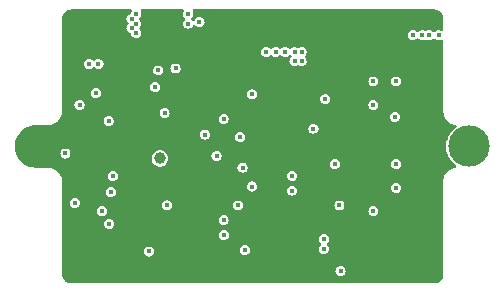
<source format=gbr>
%TF.GenerationSoftware,KiCad,Pcbnew,8.0.0*%
%TF.CreationDate,2024-09-22T13:18:53-04:00*%
%TF.ProjectId,MiniCarrierBoard,4d696e69-4361-4727-9269-6572426f6172,rev?*%
%TF.SameCoordinates,Original*%
%TF.FileFunction,Copper,L2,Inr*%
%TF.FilePolarity,Positive*%
%FSLAX46Y46*%
G04 Gerber Fmt 4.6, Leading zero omitted, Abs format (unit mm)*
G04 Created by KiCad (PCBNEW 8.0.0) date 2024-09-22 13:18:53*
%MOMM*%
%LPD*%
G01*
G04 APERTURE LIST*
%TA.AperFunction,ComponentPad*%
%ADD10C,3.500000*%
%TD*%
%TA.AperFunction,ViaPad*%
%ADD11C,0.450000*%
%TD*%
%TA.AperFunction,ViaPad*%
%ADD12C,1.000000*%
%TD*%
G04 APERTURE END LIST*
D10*
%TO.N,GND*%
%TO.C,H2*%
X83900000Y-100600000D03*
%TD*%
%TO.N,unconnected-(H1-Pad1)*%
%TO.C,H1*%
X120600000Y-100600000D03*
%TD*%
D11*
%TO.N,+5V*%
X88400000Y-93600000D03*
X115800000Y-91200000D03*
X116600000Y-91200000D03*
X97750000Y-90100000D03*
X117200000Y-91200000D03*
X89200000Y-93600000D03*
X86400000Y-101200000D03*
X96800000Y-90200000D03*
X96800000Y-89400000D03*
X118000000Y-91200000D03*
%TO.N,USB_D+*%
X90100000Y-107150000D03*
%TO.N,USB_D-*%
X89500000Y-106100000D03*
%TO.N,GND*%
X97750000Y-97725000D03*
X114400000Y-102750003D03*
X90800000Y-111200000D03*
X90396045Y-103776632D03*
X116870730Y-102500000D03*
X114400000Y-97100000D03*
X95459621Y-105140379D03*
X88700000Y-91100000D03*
X101859621Y-102925000D03*
X101365838Y-94023374D03*
X105841405Y-103703512D03*
X92025000Y-101100000D03*
X98800000Y-109725000D03*
X93271232Y-93928768D03*
X114400000Y-99100000D03*
X116025000Y-103100000D03*
X98200000Y-98949997D03*
X102200000Y-104650003D03*
X90325002Y-95936193D03*
X90325002Y-97100000D03*
X108298812Y-107820414D03*
X90600000Y-97600000D03*
X111502500Y-111000000D03*
X108528885Y-109875000D03*
X90645866Y-98178394D03*
X109775000Y-110435000D03*
X105700000Y-94567500D03*
X94262500Y-93032500D03*
X92862620Y-109627475D03*
X116200000Y-111200000D03*
X99600000Y-107500003D03*
X104350000Y-94350000D03*
X101900000Y-94200000D03*
X99600000Y-106199997D03*
X100406588Y-94549088D03*
X107800000Y-98575000D03*
X116200000Y-108000000D03*
X113749997Y-104100000D03*
X90000000Y-109650000D03*
X95800000Y-97832502D03*
X116875002Y-105000000D03*
X104800000Y-95600000D03*
X100540379Y-106059621D03*
X89300000Y-91100000D03*
X102600000Y-95675000D03*
X105600000Y-105000003D03*
X99186905Y-111575000D03*
X88475000Y-95100000D03*
X90400000Y-105100000D03*
X100000000Y-94142500D03*
X87807420Y-105168602D03*
X95000000Y-95602500D03*
X114400000Y-95750003D03*
X99269094Y-97907530D03*
X109600000Y-106250003D03*
X90075001Y-99324999D03*
X108629141Y-102410842D03*
X101832420Y-100007698D03*
X116200000Y-106800000D03*
X99200000Y-102050003D03*
X113947463Y-97553904D03*
X90618258Y-96430793D03*
%TO.N,+3V3*%
X106400000Y-93400000D03*
X105000000Y-92600000D03*
X104200000Y-92600000D03*
X105800000Y-93400000D03*
X105800000Y-92600000D03*
X108400000Y-96600000D03*
X94262500Y-94167500D03*
X103400000Y-92600000D03*
X106400000Y-92600000D03*
X95725000Y-93999999D03*
%TO.N,PA6{slash}TIM3_CH1{slash}ADC1_IN6*%
X90410595Y-103126793D03*
%TO.N,NRST*%
X88975000Y-96100000D03*
%TO.N,SWO*%
X99800000Y-98282553D03*
%TO.N,SWDIO*%
X109200000Y-102100000D03*
%TO.N,SWCLK*%
X102200000Y-96200000D03*
%TO.N,PA8{slash}TIM1_CH1*%
X101600000Y-109400000D03*
%TO.N,PC4{slash}ADC1_IN14*%
X101000000Y-105600000D03*
%TO.N,PA2{slash}USART2_TX*%
X101209219Y-99822974D03*
%TO.N,PA15{slash}TIM2_CH1*%
X102200000Y-104000000D03*
%TO.N,PA10{slash}USART1_RX*%
X114400000Y-102100000D03*
%TO.N,PB9{slash}I2C1_SDA*%
X112475000Y-97100000D03*
%TO.N,PC6{slash}USART6_TX*%
X105600000Y-104350000D03*
%TO.N,PB13{slash}SPI2_SCK*%
X109600000Y-105600000D03*
%TO.N,PB15{slash}SPI2_MOSI*%
X112475000Y-106100000D03*
%TO.N,PB8{slash}I2C1_SCL*%
X112475000Y-95100000D03*
%TO.N,PB7{slash}TIM4_CH2*%
X114400000Y-95100000D03*
%TO.N,PC7{slash}USART6_RX*%
X105600000Y-103100000D03*
%TO.N,PB14{slash}SPI2_MISO*%
X114300000Y-98100000D03*
%TO.N,PA9{slash}USART1_TX*%
X114400000Y-104100000D03*
%TO.N,PA3{slash}USART2_RX*%
X90057841Y-98455396D03*
%TO.N,PA1{slash}UART4_RX{slash}TIM5_CH2*%
X99200000Y-101400000D03*
%TO.N,PB1{slash}TIM3_CH4{slash}ADC1_IN9*%
X90242351Y-104469405D03*
%TO.N,PB11{slash}USART3_RX*%
X99804471Y-108117007D03*
%TO.N,PB10{slash}USART3_TX*%
X99800000Y-106850000D03*
%TO.N,PA7{slash}ADC1_IN7*%
X93500000Y-109500000D03*
%TO.N,PA0{slash}UART4_TX{slash}TIM5_CH1*%
X98200000Y-99600000D03*
%TO.N,PB0{slash}TIM3_CH3{slash}ADC1_IN8*%
X95000000Y-105600000D03*
%TO.N,/PC1*%
X87600000Y-97100000D03*
D12*
%TO.N,unconnected-(J14-MountPin-PadMP)_0*%
X94400000Y-101625000D03*
D11*
%TO.N,PA4{slash}ADC1_IN4{slash}DAC_OUT1*%
X101400000Y-102400000D03*
%TO.N,PB6{slash}CAN2_TX*%
X109700000Y-111160000D03*
X107400000Y-99100000D03*
%TO.N,PC3{slash}ADC1_IN13*%
X87200000Y-105400000D03*
%TO.N,Net-(J6-Pin_1)*%
X92400000Y-89400000D03*
X92000000Y-89800000D03*
X92400000Y-90200000D03*
X92400000Y-91000000D03*
X92000000Y-90600000D03*
%TO.N,Net-(J5-Pin_15)*%
X108274187Y-109269796D03*
%TO.N,Net-(J5-Pin_14)*%
X108304995Y-108470387D03*
%TO.N,Net-(J6-Pin_4)*%
X94800000Y-97802500D03*
%TO.N,Net-(J6-Pin_3)*%
X94000000Y-95602500D03*
%TD*%
%TA.AperFunction,Conductor*%
%TO.N,GND*%
G36*
X91990695Y-89020185D02*
G01*
X92036450Y-89072989D01*
X92046394Y-89142147D01*
X92034141Y-89180792D01*
X92010639Y-89226920D01*
X91990280Y-89266876D01*
X91987500Y-89284427D01*
X91957569Y-89347561D01*
X91898257Y-89384491D01*
X91884427Y-89387500D01*
X91866876Y-89390280D01*
X91866874Y-89390280D01*
X91866874Y-89390281D01*
X91746780Y-89451472D01*
X91746779Y-89451473D01*
X91746774Y-89451476D01*
X91651476Y-89546774D01*
X91651473Y-89546778D01*
X91590279Y-89666878D01*
X91569196Y-89799997D01*
X91569196Y-89800002D01*
X91590279Y-89933121D01*
X91590280Y-89933124D01*
X91590281Y-89933126D01*
X91623077Y-89997491D01*
X91651473Y-90053221D01*
X91651476Y-90053225D01*
X91710570Y-90112319D01*
X91744055Y-90173642D01*
X91739071Y-90243334D01*
X91710570Y-90287681D01*
X91651476Y-90346774D01*
X91651473Y-90346778D01*
X91590279Y-90466878D01*
X91569196Y-90599997D01*
X91569196Y-90600002D01*
X91590279Y-90733121D01*
X91590280Y-90733124D01*
X91590281Y-90733126D01*
X91651472Y-90853220D01*
X91651473Y-90853221D01*
X91651476Y-90853225D01*
X91746774Y-90948523D01*
X91746778Y-90948526D01*
X91746780Y-90948528D01*
X91866874Y-91009719D01*
X91884424Y-91012498D01*
X91947558Y-91042427D01*
X91984490Y-91101738D01*
X91987500Y-91115573D01*
X91990279Y-91133123D01*
X91990281Y-91133126D01*
X92051472Y-91253220D01*
X92051474Y-91253222D01*
X92051476Y-91253225D01*
X92146774Y-91348523D01*
X92146778Y-91348526D01*
X92146780Y-91348528D01*
X92266874Y-91409719D01*
X92266876Y-91409719D01*
X92266878Y-91409720D01*
X92399998Y-91430804D01*
X92400000Y-91430804D01*
X92400002Y-91430804D01*
X92533121Y-91409720D01*
X92533121Y-91409719D01*
X92533126Y-91409719D01*
X92653220Y-91348528D01*
X92748528Y-91253220D01*
X92809719Y-91133126D01*
X92812499Y-91115573D01*
X92830804Y-91000002D01*
X92830804Y-90999997D01*
X92809720Y-90866878D01*
X92809719Y-90866876D01*
X92809719Y-90866874D01*
X92748528Y-90746780D01*
X92748526Y-90746778D01*
X92748523Y-90746774D01*
X92689430Y-90687681D01*
X92655945Y-90626358D01*
X92660929Y-90556666D01*
X92689430Y-90512319D01*
X92748523Y-90453225D01*
X92748528Y-90453220D01*
X92809719Y-90333126D01*
X92811908Y-90319304D01*
X92830804Y-90200002D01*
X92830804Y-90199997D01*
X92809720Y-90066878D01*
X92809719Y-90066876D01*
X92809719Y-90066874D01*
X92748528Y-89946780D01*
X92748526Y-89946778D01*
X92748523Y-89946774D01*
X92689430Y-89887681D01*
X92655945Y-89826358D01*
X92660929Y-89756666D01*
X92689430Y-89712319D01*
X92748523Y-89653225D01*
X92748528Y-89653220D01*
X92809719Y-89533126D01*
X92811975Y-89518882D01*
X92830804Y-89400002D01*
X92830804Y-89399997D01*
X92809720Y-89266878D01*
X92809719Y-89266876D01*
X92809719Y-89266874D01*
X92765858Y-89180793D01*
X92752963Y-89112125D01*
X92779240Y-89047385D01*
X92836346Y-89007128D01*
X92876344Y-89000500D01*
X96323656Y-89000500D01*
X96390695Y-89020185D01*
X96436450Y-89072989D01*
X96446394Y-89142147D01*
X96434141Y-89180792D01*
X96410639Y-89226920D01*
X96390279Y-89266878D01*
X96369196Y-89399997D01*
X96369196Y-89400002D01*
X96390279Y-89533121D01*
X96390280Y-89533124D01*
X96390281Y-89533126D01*
X96446787Y-89644025D01*
X96451473Y-89653221D01*
X96451476Y-89653225D01*
X96510570Y-89712319D01*
X96544055Y-89773642D01*
X96539071Y-89843334D01*
X96510570Y-89887681D01*
X96451476Y-89946774D01*
X96451473Y-89946778D01*
X96390279Y-90066878D01*
X96369196Y-90199997D01*
X96369196Y-90200002D01*
X96390279Y-90333121D01*
X96390280Y-90333124D01*
X96390281Y-90333126D01*
X96451471Y-90453218D01*
X96451473Y-90453221D01*
X96451476Y-90453225D01*
X96546774Y-90548523D01*
X96546778Y-90548526D01*
X96546780Y-90548528D01*
X96666874Y-90609719D01*
X96666876Y-90609719D01*
X96666878Y-90609720D01*
X96799998Y-90630804D01*
X96800000Y-90630804D01*
X96800002Y-90630804D01*
X96933121Y-90609720D01*
X96933121Y-90609719D01*
X96933126Y-90609719D01*
X97053220Y-90548528D01*
X97148528Y-90453220D01*
X97190880Y-90370098D01*
X97238853Y-90319304D01*
X97306674Y-90302508D01*
X97372809Y-90325045D01*
X97394480Y-90346410D01*
X97394571Y-90346320D01*
X97496774Y-90448523D01*
X97496778Y-90448526D01*
X97496780Y-90448528D01*
X97616874Y-90509719D01*
X97616876Y-90509719D01*
X97616878Y-90509720D01*
X97749998Y-90530804D01*
X97750000Y-90530804D01*
X97750002Y-90530804D01*
X97883121Y-90509720D01*
X97883121Y-90509719D01*
X97883126Y-90509719D01*
X98003220Y-90448528D01*
X98098528Y-90353220D01*
X98159719Y-90233126D01*
X98159720Y-90233121D01*
X98180804Y-90100002D01*
X98180804Y-90099997D01*
X98159720Y-89966878D01*
X98159719Y-89966876D01*
X98159719Y-89966874D01*
X98098528Y-89846780D01*
X98098526Y-89846778D01*
X98098523Y-89846774D01*
X98003225Y-89751476D01*
X98003221Y-89751473D01*
X98003220Y-89751472D01*
X97883126Y-89690281D01*
X97883124Y-89690280D01*
X97883121Y-89690279D01*
X97750002Y-89669196D01*
X97749998Y-89669196D01*
X97616878Y-89690279D01*
X97496778Y-89751473D01*
X97496774Y-89751476D01*
X97401476Y-89846774D01*
X97401471Y-89846781D01*
X97359119Y-89929901D01*
X97311145Y-89980696D01*
X97243323Y-89997491D01*
X97177189Y-89974953D01*
X97155519Y-89953589D01*
X97155429Y-89953680D01*
X97089430Y-89887681D01*
X97055945Y-89826358D01*
X97060929Y-89756666D01*
X97089430Y-89712319D01*
X97148523Y-89653225D01*
X97148528Y-89653220D01*
X97209719Y-89533126D01*
X97211975Y-89518882D01*
X97230804Y-89400002D01*
X97230804Y-89399997D01*
X97209720Y-89266878D01*
X97209719Y-89266876D01*
X97209719Y-89266874D01*
X97165858Y-89180793D01*
X97152963Y-89112125D01*
X97179240Y-89047385D01*
X97236346Y-89007128D01*
X97276344Y-89000500D01*
X117560118Y-89000500D01*
X117593908Y-89000500D01*
X117606061Y-89001097D01*
X117616051Y-89002080D01*
X117743824Y-89014665D01*
X117767652Y-89019404D01*
X117894277Y-89057815D01*
X117916725Y-89067114D01*
X118000933Y-89112125D01*
X118033406Y-89129482D01*
X118053616Y-89142986D01*
X118099687Y-89180795D01*
X118155891Y-89226920D01*
X118173079Y-89244108D01*
X118257012Y-89346381D01*
X118270517Y-89366593D01*
X118332883Y-89483271D01*
X118342186Y-89505728D01*
X118380593Y-89632338D01*
X118385335Y-89656180D01*
X118398903Y-89793938D01*
X118399500Y-89806092D01*
X118399500Y-90723656D01*
X118379815Y-90790695D01*
X118327011Y-90836450D01*
X118257853Y-90846394D01*
X118219207Y-90834141D01*
X118133126Y-90790281D01*
X118133124Y-90790280D01*
X118133121Y-90790279D01*
X118000002Y-90769196D01*
X117999998Y-90769196D01*
X117866878Y-90790279D01*
X117866874Y-90790280D01*
X117866874Y-90790281D01*
X117786811Y-90831075D01*
X117746778Y-90851473D01*
X117746774Y-90851476D01*
X117687681Y-90910570D01*
X117626358Y-90944055D01*
X117556666Y-90939071D01*
X117512319Y-90910570D01*
X117453225Y-90851476D01*
X117453221Y-90851473D01*
X117453220Y-90851472D01*
X117333126Y-90790281D01*
X117333124Y-90790280D01*
X117333121Y-90790279D01*
X117200002Y-90769196D01*
X117199998Y-90769196D01*
X117066876Y-90790279D01*
X116956294Y-90846624D01*
X116887625Y-90859520D01*
X116843706Y-90846624D01*
X116733123Y-90790279D01*
X116600002Y-90769196D01*
X116599998Y-90769196D01*
X116466878Y-90790279D01*
X116466874Y-90790280D01*
X116466874Y-90790281D01*
X116386811Y-90831075D01*
X116346778Y-90851473D01*
X116346774Y-90851476D01*
X116287681Y-90910570D01*
X116226358Y-90944055D01*
X116156666Y-90939071D01*
X116112319Y-90910570D01*
X116053225Y-90851476D01*
X116053221Y-90851473D01*
X116053220Y-90851472D01*
X115933126Y-90790281D01*
X115933124Y-90790280D01*
X115933121Y-90790279D01*
X115800002Y-90769196D01*
X115799998Y-90769196D01*
X115666878Y-90790279D01*
X115666874Y-90790280D01*
X115666874Y-90790281D01*
X115586811Y-90831075D01*
X115546778Y-90851473D01*
X115546774Y-90851476D01*
X115451476Y-90946774D01*
X115451473Y-90946778D01*
X115390279Y-91066878D01*
X115369196Y-91199997D01*
X115369196Y-91200002D01*
X115390279Y-91333121D01*
X115390280Y-91333124D01*
X115390281Y-91333126D01*
X115451472Y-91453220D01*
X115451473Y-91453221D01*
X115451476Y-91453225D01*
X115546774Y-91548523D01*
X115546778Y-91548526D01*
X115546780Y-91548528D01*
X115666874Y-91609719D01*
X115666876Y-91609719D01*
X115666878Y-91609720D01*
X115799998Y-91630804D01*
X115800000Y-91630804D01*
X115800002Y-91630804D01*
X115933121Y-91609720D01*
X115933121Y-91609719D01*
X115933126Y-91609719D01*
X116053220Y-91548528D01*
X116061269Y-91540479D01*
X116112319Y-91489430D01*
X116173642Y-91455945D01*
X116243334Y-91460929D01*
X116287681Y-91489430D01*
X116346774Y-91548523D01*
X116346778Y-91548526D01*
X116346780Y-91548528D01*
X116466874Y-91609719D01*
X116466876Y-91609719D01*
X116466878Y-91609720D01*
X116599998Y-91630804D01*
X116600000Y-91630804D01*
X116600002Y-91630804D01*
X116733121Y-91609720D01*
X116733121Y-91609719D01*
X116733126Y-91609719D01*
X116843708Y-91553374D01*
X116912374Y-91540479D01*
X116956289Y-91553373D01*
X117066874Y-91609719D01*
X117066876Y-91609719D01*
X117066878Y-91609720D01*
X117199998Y-91630804D01*
X117200000Y-91630804D01*
X117200002Y-91630804D01*
X117333121Y-91609720D01*
X117333121Y-91609719D01*
X117333126Y-91609719D01*
X117453220Y-91548528D01*
X117461269Y-91540479D01*
X117512319Y-91489430D01*
X117573642Y-91455945D01*
X117643334Y-91460929D01*
X117687681Y-91489430D01*
X117746774Y-91548523D01*
X117746778Y-91548526D01*
X117746780Y-91548528D01*
X117866874Y-91609719D01*
X117866876Y-91609719D01*
X117866878Y-91609720D01*
X117999998Y-91630804D01*
X118000000Y-91630804D01*
X118000002Y-91630804D01*
X118066563Y-91620261D01*
X118133126Y-91609719D01*
X118219206Y-91565858D01*
X118287874Y-91552962D01*
X118352614Y-91579238D01*
X118392872Y-91636344D01*
X118399500Y-91676343D01*
X118399500Y-97694486D01*
X118429059Y-97881118D01*
X118487454Y-98060836D01*
X118510911Y-98106872D01*
X118573240Y-98229199D01*
X118684310Y-98382073D01*
X118817927Y-98515690D01*
X118970801Y-98626760D01*
X119050347Y-98667290D01*
X119139163Y-98712545D01*
X119139165Y-98712545D01*
X119139168Y-98712547D01*
X119235497Y-98743846D01*
X119318881Y-98770940D01*
X119416756Y-98786442D01*
X119479891Y-98816371D01*
X119516822Y-98875683D01*
X119515824Y-98945545D01*
X119477214Y-99003778D01*
X119471668Y-99008182D01*
X119319439Y-99122138D01*
X119319421Y-99122154D01*
X119122154Y-99319421D01*
X119122138Y-99319439D01*
X118954945Y-99542784D01*
X118954940Y-99542792D01*
X118821233Y-99787657D01*
X118821231Y-99787661D01*
X118761232Y-99948526D01*
X118730545Y-100030804D01*
X118723727Y-100049083D01*
X118664422Y-100321700D01*
X118644518Y-100599998D01*
X118644518Y-100600001D01*
X118664422Y-100878299D01*
X118723727Y-101150916D01*
X118723729Y-101150923D01*
X118766976Y-101266874D01*
X118821231Y-101412338D01*
X118821233Y-101412342D01*
X118954940Y-101657207D01*
X118954945Y-101657215D01*
X119122138Y-101880560D01*
X119122154Y-101880578D01*
X119319421Y-102077845D01*
X119319439Y-102077861D01*
X119471668Y-102191817D01*
X119513540Y-102247750D01*
X119518524Y-102317442D01*
X119485040Y-102378765D01*
X119423717Y-102412250D01*
X119416757Y-102413557D01*
X119318880Y-102429060D01*
X119139163Y-102487454D01*
X118970800Y-102573240D01*
X118883579Y-102636610D01*
X118817927Y-102684310D01*
X118817925Y-102684312D01*
X118817924Y-102684312D01*
X118684312Y-102817924D01*
X118684312Y-102817925D01*
X118684310Y-102817927D01*
X118643885Y-102873567D01*
X118573240Y-102970800D01*
X118487454Y-103139163D01*
X118429059Y-103318881D01*
X118399500Y-103505513D01*
X118399500Y-111393907D01*
X118398903Y-111406061D01*
X118385335Y-111543819D01*
X118380593Y-111567661D01*
X118342186Y-111694271D01*
X118332883Y-111716728D01*
X118270517Y-111833406D01*
X118257012Y-111853618D01*
X118173079Y-111955891D01*
X118155891Y-111973079D01*
X118053618Y-112057012D01*
X118033406Y-112070517D01*
X117916728Y-112132883D01*
X117894271Y-112142186D01*
X117767661Y-112180593D01*
X117743819Y-112185335D01*
X117606062Y-112198903D01*
X117593908Y-112199500D01*
X86906092Y-112199500D01*
X86893938Y-112198903D01*
X86756180Y-112185335D01*
X86732340Y-112180593D01*
X86605728Y-112142186D01*
X86583271Y-112132883D01*
X86466593Y-112070517D01*
X86446381Y-112057012D01*
X86344108Y-111973079D01*
X86326920Y-111955891D01*
X86242986Y-111853616D01*
X86229482Y-111833406D01*
X86167116Y-111716728D01*
X86157815Y-111694277D01*
X86119404Y-111567652D01*
X86114665Y-111543824D01*
X86101097Y-111406060D01*
X86100500Y-111393907D01*
X86100500Y-111160002D01*
X109269196Y-111160002D01*
X109290279Y-111293121D01*
X109290280Y-111293124D01*
X109290281Y-111293126D01*
X109351472Y-111413220D01*
X109351473Y-111413221D01*
X109351476Y-111413225D01*
X109446774Y-111508523D01*
X109446778Y-111508526D01*
X109446780Y-111508528D01*
X109566874Y-111569719D01*
X109566876Y-111569719D01*
X109566878Y-111569720D01*
X109699998Y-111590804D01*
X109700000Y-111590804D01*
X109700002Y-111590804D01*
X109833121Y-111569720D01*
X109833121Y-111569719D01*
X109833126Y-111569719D01*
X109953220Y-111508528D01*
X110048528Y-111413220D01*
X110109719Y-111293126D01*
X110130804Y-111160000D01*
X110109719Y-111026874D01*
X110048528Y-110906780D01*
X110048526Y-110906778D01*
X110048523Y-110906774D01*
X109953225Y-110811476D01*
X109953221Y-110811473D01*
X109953220Y-110811472D01*
X109833126Y-110750281D01*
X109833124Y-110750280D01*
X109833121Y-110750279D01*
X109700002Y-110729196D01*
X109699998Y-110729196D01*
X109566878Y-110750279D01*
X109446778Y-110811473D01*
X109446774Y-110811476D01*
X109351476Y-110906774D01*
X109351473Y-110906778D01*
X109290279Y-111026878D01*
X109269196Y-111159997D01*
X109269196Y-111160002D01*
X86100500Y-111160002D01*
X86100500Y-109500002D01*
X93069196Y-109500002D01*
X93090279Y-109633121D01*
X93090280Y-109633124D01*
X93090281Y-109633126D01*
X93151472Y-109753220D01*
X93151473Y-109753221D01*
X93151476Y-109753225D01*
X93246774Y-109848523D01*
X93246778Y-109848526D01*
X93246780Y-109848528D01*
X93366874Y-109909719D01*
X93366876Y-109909719D01*
X93366878Y-109909720D01*
X93499998Y-109930804D01*
X93500000Y-109930804D01*
X93500002Y-109930804D01*
X93633121Y-109909720D01*
X93633121Y-109909719D01*
X93633126Y-109909719D01*
X93753220Y-109848528D01*
X93848528Y-109753220D01*
X93909719Y-109633126D01*
X93909720Y-109633121D01*
X93930804Y-109500002D01*
X93930804Y-109499997D01*
X93914966Y-109400002D01*
X101169196Y-109400002D01*
X101190279Y-109533121D01*
X101190280Y-109533124D01*
X101190281Y-109533126D01*
X101241234Y-109633126D01*
X101251473Y-109653221D01*
X101251476Y-109653225D01*
X101346774Y-109748523D01*
X101346778Y-109748526D01*
X101346780Y-109748528D01*
X101466874Y-109809719D01*
X101466876Y-109809719D01*
X101466878Y-109809720D01*
X101599998Y-109830804D01*
X101600000Y-109830804D01*
X101600002Y-109830804D01*
X101733121Y-109809720D01*
X101733121Y-109809719D01*
X101733126Y-109809719D01*
X101853220Y-109748528D01*
X101948528Y-109653220D01*
X102009719Y-109533126D01*
X102009720Y-109533121D01*
X102030804Y-109400002D01*
X102030804Y-109399997D01*
X102010182Y-109269798D01*
X107843383Y-109269798D01*
X107864466Y-109402917D01*
X107864467Y-109402920D01*
X107864468Y-109402922D01*
X107913932Y-109500000D01*
X107925660Y-109523017D01*
X107925663Y-109523021D01*
X108020961Y-109618319D01*
X108020965Y-109618322D01*
X108020967Y-109618324D01*
X108141061Y-109679515D01*
X108141063Y-109679515D01*
X108141065Y-109679516D01*
X108274185Y-109700600D01*
X108274187Y-109700600D01*
X108274189Y-109700600D01*
X108407308Y-109679516D01*
X108407308Y-109679515D01*
X108407313Y-109679515D01*
X108527407Y-109618324D01*
X108622715Y-109523016D01*
X108683906Y-109402922D01*
X108683907Y-109402917D01*
X108704991Y-109269798D01*
X108704991Y-109269793D01*
X108683907Y-109136674D01*
X108683906Y-109136672D01*
X108683906Y-109136670D01*
X108622715Y-109016576D01*
X108622713Y-109016574D01*
X108622710Y-109016570D01*
X108579316Y-108973176D01*
X108545831Y-108911853D01*
X108550815Y-108842161D01*
X108579314Y-108797815D01*
X108653523Y-108723607D01*
X108714714Y-108603513D01*
X108714715Y-108603508D01*
X108735799Y-108470389D01*
X108735799Y-108470384D01*
X108714715Y-108337265D01*
X108714714Y-108337263D01*
X108714714Y-108337261D01*
X108653523Y-108217167D01*
X108653521Y-108217165D01*
X108653518Y-108217161D01*
X108558220Y-108121863D01*
X108558216Y-108121860D01*
X108558215Y-108121859D01*
X108438121Y-108060668D01*
X108438119Y-108060667D01*
X108438116Y-108060666D01*
X108304997Y-108039583D01*
X108304993Y-108039583D01*
X108171873Y-108060666D01*
X108051773Y-108121860D01*
X108051769Y-108121863D01*
X107956471Y-108217161D01*
X107956468Y-108217165D01*
X107895274Y-108337265D01*
X107874191Y-108470384D01*
X107874191Y-108470389D01*
X107895274Y-108603508D01*
X107895275Y-108603511D01*
X107895276Y-108603513D01*
X107956467Y-108723607D01*
X107956468Y-108723608D01*
X107956471Y-108723612D01*
X107999865Y-108767006D01*
X108033350Y-108828329D01*
X108028366Y-108898021D01*
X107999866Y-108942368D01*
X107925660Y-109016574D01*
X107864466Y-109136674D01*
X107843383Y-109269793D01*
X107843383Y-109269798D01*
X102010182Y-109269798D01*
X102009720Y-109266878D01*
X102009719Y-109266876D01*
X102009719Y-109266874D01*
X101948528Y-109146780D01*
X101948526Y-109146778D01*
X101948523Y-109146774D01*
X101853225Y-109051476D01*
X101853221Y-109051473D01*
X101853220Y-109051472D01*
X101733126Y-108990281D01*
X101733124Y-108990280D01*
X101733121Y-108990279D01*
X101600002Y-108969196D01*
X101599998Y-108969196D01*
X101466878Y-108990279D01*
X101346778Y-109051473D01*
X101346774Y-109051476D01*
X101251476Y-109146774D01*
X101251473Y-109146778D01*
X101190279Y-109266878D01*
X101169196Y-109399997D01*
X101169196Y-109400002D01*
X93914966Y-109400002D01*
X93909720Y-109366878D01*
X93909719Y-109366876D01*
X93909719Y-109366874D01*
X93848528Y-109246780D01*
X93848526Y-109246778D01*
X93848523Y-109246774D01*
X93753225Y-109151476D01*
X93753221Y-109151473D01*
X93753220Y-109151472D01*
X93633126Y-109090281D01*
X93633124Y-109090280D01*
X93633121Y-109090279D01*
X93500002Y-109069196D01*
X93499998Y-109069196D01*
X93366878Y-109090279D01*
X93246778Y-109151473D01*
X93246774Y-109151476D01*
X93151476Y-109246774D01*
X93151473Y-109246778D01*
X93090279Y-109366878D01*
X93069196Y-109499997D01*
X93069196Y-109500002D01*
X86100500Y-109500002D01*
X86100500Y-108117009D01*
X99373667Y-108117009D01*
X99394750Y-108250128D01*
X99394751Y-108250131D01*
X99394752Y-108250133D01*
X99455943Y-108370227D01*
X99455944Y-108370228D01*
X99455947Y-108370232D01*
X99551245Y-108465530D01*
X99551249Y-108465533D01*
X99551251Y-108465535D01*
X99671345Y-108526726D01*
X99671347Y-108526726D01*
X99671349Y-108526727D01*
X99804469Y-108547811D01*
X99804471Y-108547811D01*
X99804473Y-108547811D01*
X99937592Y-108526727D01*
X99937592Y-108526726D01*
X99937597Y-108526726D01*
X100057691Y-108465535D01*
X100152999Y-108370227D01*
X100214190Y-108250133D01*
X100214191Y-108250128D01*
X100235275Y-108117009D01*
X100235275Y-108117004D01*
X100214191Y-107983885D01*
X100214190Y-107983883D01*
X100214190Y-107983881D01*
X100152999Y-107863787D01*
X100152997Y-107863785D01*
X100152994Y-107863781D01*
X100057696Y-107768483D01*
X100057692Y-107768480D01*
X100057691Y-107768479D01*
X99937597Y-107707288D01*
X99937595Y-107707287D01*
X99937592Y-107707286D01*
X99804473Y-107686203D01*
X99804469Y-107686203D01*
X99671349Y-107707286D01*
X99551249Y-107768480D01*
X99551245Y-107768483D01*
X99455947Y-107863781D01*
X99455944Y-107863785D01*
X99394750Y-107983885D01*
X99373667Y-108117004D01*
X99373667Y-108117009D01*
X86100500Y-108117009D01*
X86100500Y-107150002D01*
X89669196Y-107150002D01*
X89690279Y-107283121D01*
X89690280Y-107283124D01*
X89690281Y-107283126D01*
X89751472Y-107403220D01*
X89751473Y-107403221D01*
X89751476Y-107403225D01*
X89846774Y-107498523D01*
X89846778Y-107498526D01*
X89846780Y-107498528D01*
X89966874Y-107559719D01*
X89966876Y-107559719D01*
X89966878Y-107559720D01*
X90099998Y-107580804D01*
X90100000Y-107580804D01*
X90100002Y-107580804D01*
X90233121Y-107559720D01*
X90233121Y-107559719D01*
X90233126Y-107559719D01*
X90353220Y-107498528D01*
X90448528Y-107403220D01*
X90509719Y-107283126D01*
X90513426Y-107259720D01*
X90530804Y-107150002D01*
X90530804Y-107149997D01*
X90509720Y-107016878D01*
X90509719Y-107016876D01*
X90509719Y-107016874D01*
X90448528Y-106896780D01*
X90448526Y-106896778D01*
X90448523Y-106896774D01*
X90401751Y-106850002D01*
X99369196Y-106850002D01*
X99390279Y-106983121D01*
X99390280Y-106983124D01*
X99390281Y-106983126D01*
X99407479Y-107016878D01*
X99451473Y-107103221D01*
X99451476Y-107103225D01*
X99546774Y-107198523D01*
X99546778Y-107198526D01*
X99546780Y-107198528D01*
X99666874Y-107259719D01*
X99666876Y-107259719D01*
X99666878Y-107259720D01*
X99799998Y-107280804D01*
X99800000Y-107280804D01*
X99800002Y-107280804D01*
X99933121Y-107259720D01*
X99933121Y-107259719D01*
X99933126Y-107259719D01*
X100053220Y-107198528D01*
X100148528Y-107103220D01*
X100209719Y-106983126D01*
X100230804Y-106850000D01*
X100223118Y-106801473D01*
X100209720Y-106716878D01*
X100209719Y-106716876D01*
X100209719Y-106716874D01*
X100148528Y-106596780D01*
X100148526Y-106596778D01*
X100148523Y-106596774D01*
X100053225Y-106501476D01*
X100053221Y-106501473D01*
X100053220Y-106501472D01*
X99933126Y-106440281D01*
X99933124Y-106440280D01*
X99933121Y-106440279D01*
X99800002Y-106419196D01*
X99799998Y-106419196D01*
X99666878Y-106440279D01*
X99546778Y-106501473D01*
X99546774Y-106501476D01*
X99451476Y-106596774D01*
X99451473Y-106596778D01*
X99390279Y-106716878D01*
X99369196Y-106849997D01*
X99369196Y-106850002D01*
X90401751Y-106850002D01*
X90353225Y-106801476D01*
X90353221Y-106801473D01*
X90353220Y-106801472D01*
X90233126Y-106740281D01*
X90233124Y-106740280D01*
X90233121Y-106740279D01*
X90100002Y-106719196D01*
X90099998Y-106719196D01*
X89966878Y-106740279D01*
X89846778Y-106801473D01*
X89846774Y-106801476D01*
X89751476Y-106896774D01*
X89751473Y-106896778D01*
X89751472Y-106896780D01*
X89707477Y-106983126D01*
X89690279Y-107016878D01*
X89669196Y-107149997D01*
X89669196Y-107150002D01*
X86100500Y-107150002D01*
X86100500Y-106100002D01*
X89069196Y-106100002D01*
X89090279Y-106233121D01*
X89090280Y-106233124D01*
X89090281Y-106233126D01*
X89151472Y-106353220D01*
X89151473Y-106353221D01*
X89151476Y-106353225D01*
X89246774Y-106448523D01*
X89246778Y-106448526D01*
X89246780Y-106448528D01*
X89366874Y-106509719D01*
X89366876Y-106509719D01*
X89366878Y-106509720D01*
X89499998Y-106530804D01*
X89500000Y-106530804D01*
X89500002Y-106530804D01*
X89633121Y-106509720D01*
X89633121Y-106509719D01*
X89633126Y-106509719D01*
X89753220Y-106448528D01*
X89848528Y-106353220D01*
X89909719Y-106233126D01*
X89930804Y-106100002D01*
X112044196Y-106100002D01*
X112065279Y-106233121D01*
X112065280Y-106233124D01*
X112065281Y-106233126D01*
X112126472Y-106353220D01*
X112126473Y-106353221D01*
X112126476Y-106353225D01*
X112221774Y-106448523D01*
X112221778Y-106448526D01*
X112221780Y-106448528D01*
X112341874Y-106509719D01*
X112341876Y-106509719D01*
X112341878Y-106509720D01*
X112474998Y-106530804D01*
X112475000Y-106530804D01*
X112475002Y-106530804D01*
X112608121Y-106509720D01*
X112608121Y-106509719D01*
X112608126Y-106509719D01*
X112728220Y-106448528D01*
X112823528Y-106353220D01*
X112884719Y-106233126D01*
X112905804Y-106100000D01*
X112894844Y-106030804D01*
X112884720Y-105966878D01*
X112884719Y-105966876D01*
X112884719Y-105966874D01*
X112823528Y-105846780D01*
X112823526Y-105846778D01*
X112823523Y-105846774D01*
X112728225Y-105751476D01*
X112728221Y-105751473D01*
X112728220Y-105751472D01*
X112608126Y-105690281D01*
X112608124Y-105690280D01*
X112608121Y-105690279D01*
X112475002Y-105669196D01*
X112474998Y-105669196D01*
X112341878Y-105690279D01*
X112221778Y-105751473D01*
X112221774Y-105751476D01*
X112126476Y-105846774D01*
X112126473Y-105846778D01*
X112065279Y-105966878D01*
X112044196Y-106099997D01*
X112044196Y-106100002D01*
X89930804Y-106100002D01*
X89930804Y-106100000D01*
X89919844Y-106030804D01*
X89909720Y-105966878D01*
X89909719Y-105966876D01*
X89909719Y-105966874D01*
X89848528Y-105846780D01*
X89848526Y-105846778D01*
X89848523Y-105846774D01*
X89753225Y-105751476D01*
X89753221Y-105751473D01*
X89753220Y-105751472D01*
X89633126Y-105690281D01*
X89633124Y-105690280D01*
X89633121Y-105690279D01*
X89500002Y-105669196D01*
X89499998Y-105669196D01*
X89366878Y-105690279D01*
X89246778Y-105751473D01*
X89246774Y-105751476D01*
X89151476Y-105846774D01*
X89151473Y-105846778D01*
X89090279Y-105966878D01*
X89069196Y-106099997D01*
X89069196Y-106100002D01*
X86100500Y-106100002D01*
X86100500Y-105400002D01*
X86769196Y-105400002D01*
X86790279Y-105533121D01*
X86790280Y-105533124D01*
X86790281Y-105533126D01*
X86851472Y-105653220D01*
X86851473Y-105653221D01*
X86851476Y-105653225D01*
X86946774Y-105748523D01*
X86946778Y-105748526D01*
X86946780Y-105748528D01*
X87066874Y-105809719D01*
X87066876Y-105809719D01*
X87066878Y-105809720D01*
X87199998Y-105830804D01*
X87200000Y-105830804D01*
X87200002Y-105830804D01*
X87333121Y-105809720D01*
X87333121Y-105809719D01*
X87333126Y-105809719D01*
X87453220Y-105748528D01*
X87548528Y-105653220D01*
X87575644Y-105600002D01*
X94569196Y-105600002D01*
X94590279Y-105733121D01*
X94590280Y-105733124D01*
X94590281Y-105733126D01*
X94648188Y-105846774D01*
X94651473Y-105853221D01*
X94651476Y-105853225D01*
X94746774Y-105948523D01*
X94746778Y-105948526D01*
X94746780Y-105948528D01*
X94866874Y-106009719D01*
X94866876Y-106009719D01*
X94866878Y-106009720D01*
X94999998Y-106030804D01*
X95000000Y-106030804D01*
X95000002Y-106030804D01*
X95133121Y-106009720D01*
X95133121Y-106009719D01*
X95133126Y-106009719D01*
X95253220Y-105948528D01*
X95348528Y-105853220D01*
X95409719Y-105733126D01*
X95416505Y-105690281D01*
X95430804Y-105600002D01*
X100569196Y-105600002D01*
X100590279Y-105733121D01*
X100590280Y-105733124D01*
X100590281Y-105733126D01*
X100648188Y-105846774D01*
X100651473Y-105853221D01*
X100651476Y-105853225D01*
X100746774Y-105948523D01*
X100746778Y-105948526D01*
X100746780Y-105948528D01*
X100866874Y-106009719D01*
X100866876Y-106009719D01*
X100866878Y-106009720D01*
X100999998Y-106030804D01*
X101000000Y-106030804D01*
X101000002Y-106030804D01*
X101133121Y-106009720D01*
X101133121Y-106009719D01*
X101133126Y-106009719D01*
X101253220Y-105948528D01*
X101348528Y-105853220D01*
X101409719Y-105733126D01*
X101416505Y-105690281D01*
X101430804Y-105600002D01*
X109169196Y-105600002D01*
X109190279Y-105733121D01*
X109190280Y-105733124D01*
X109190281Y-105733126D01*
X109248188Y-105846774D01*
X109251473Y-105853221D01*
X109251476Y-105853225D01*
X109346774Y-105948523D01*
X109346778Y-105948526D01*
X109346780Y-105948528D01*
X109466874Y-106009719D01*
X109466876Y-106009719D01*
X109466878Y-106009720D01*
X109599998Y-106030804D01*
X109600000Y-106030804D01*
X109600002Y-106030804D01*
X109733121Y-106009720D01*
X109733121Y-106009719D01*
X109733126Y-106009719D01*
X109853220Y-105948528D01*
X109948528Y-105853220D01*
X110009719Y-105733126D01*
X110016505Y-105690281D01*
X110030804Y-105600002D01*
X110030804Y-105599997D01*
X110009720Y-105466878D01*
X110009719Y-105466876D01*
X110009719Y-105466874D01*
X109948528Y-105346780D01*
X109948526Y-105346778D01*
X109948523Y-105346774D01*
X109853225Y-105251476D01*
X109853221Y-105251473D01*
X109853220Y-105251472D01*
X109733126Y-105190281D01*
X109733124Y-105190280D01*
X109733121Y-105190279D01*
X109600002Y-105169196D01*
X109599998Y-105169196D01*
X109466878Y-105190279D01*
X109346778Y-105251473D01*
X109346774Y-105251476D01*
X109251476Y-105346774D01*
X109251473Y-105346778D01*
X109190279Y-105466878D01*
X109169196Y-105599997D01*
X109169196Y-105600002D01*
X101430804Y-105600002D01*
X101430804Y-105599997D01*
X101409720Y-105466878D01*
X101409719Y-105466876D01*
X101409719Y-105466874D01*
X101348528Y-105346780D01*
X101348526Y-105346778D01*
X101348523Y-105346774D01*
X101253225Y-105251476D01*
X101253221Y-105251473D01*
X101253220Y-105251472D01*
X101133126Y-105190281D01*
X101133124Y-105190280D01*
X101133121Y-105190279D01*
X101000002Y-105169196D01*
X100999998Y-105169196D01*
X100866878Y-105190279D01*
X100746778Y-105251473D01*
X100746774Y-105251476D01*
X100651476Y-105346774D01*
X100651473Y-105346778D01*
X100590279Y-105466878D01*
X100569196Y-105599997D01*
X100569196Y-105600002D01*
X95430804Y-105600002D01*
X95430804Y-105599997D01*
X95409720Y-105466878D01*
X95409719Y-105466876D01*
X95409719Y-105466874D01*
X95348528Y-105346780D01*
X95348526Y-105346778D01*
X95348523Y-105346774D01*
X95253225Y-105251476D01*
X95253221Y-105251473D01*
X95253220Y-105251472D01*
X95133126Y-105190281D01*
X95133124Y-105190280D01*
X95133121Y-105190279D01*
X95000002Y-105169196D01*
X94999998Y-105169196D01*
X94866878Y-105190279D01*
X94746778Y-105251473D01*
X94746774Y-105251476D01*
X94651476Y-105346774D01*
X94651473Y-105346778D01*
X94590279Y-105466878D01*
X94569196Y-105599997D01*
X94569196Y-105600002D01*
X87575644Y-105600002D01*
X87609719Y-105533126D01*
X87620212Y-105466878D01*
X87630804Y-105400002D01*
X87630804Y-105399997D01*
X87609720Y-105266878D01*
X87609719Y-105266876D01*
X87609719Y-105266874D01*
X87548528Y-105146780D01*
X87548526Y-105146778D01*
X87548523Y-105146774D01*
X87453225Y-105051476D01*
X87453221Y-105051473D01*
X87453220Y-105051472D01*
X87333126Y-104990281D01*
X87333124Y-104990280D01*
X87333121Y-104990279D01*
X87200002Y-104969196D01*
X87199998Y-104969196D01*
X87066878Y-104990279D01*
X86946778Y-105051473D01*
X86946774Y-105051476D01*
X86851476Y-105146774D01*
X86851473Y-105146778D01*
X86790279Y-105266878D01*
X86769196Y-105399997D01*
X86769196Y-105400002D01*
X86100500Y-105400002D01*
X86100500Y-104469407D01*
X89811547Y-104469407D01*
X89832630Y-104602526D01*
X89832631Y-104602529D01*
X89832632Y-104602531D01*
X89881544Y-104698526D01*
X89893824Y-104722626D01*
X89893827Y-104722630D01*
X89989125Y-104817928D01*
X89989129Y-104817931D01*
X89989131Y-104817933D01*
X90109225Y-104879124D01*
X90109227Y-104879124D01*
X90109229Y-104879125D01*
X90242349Y-104900209D01*
X90242351Y-104900209D01*
X90242353Y-104900209D01*
X90375472Y-104879125D01*
X90375472Y-104879124D01*
X90375477Y-104879124D01*
X90495571Y-104817933D01*
X90590879Y-104722625D01*
X90652070Y-104602531D01*
X90652071Y-104602526D01*
X90673155Y-104469407D01*
X90673155Y-104469402D01*
X90652071Y-104336283D01*
X90652070Y-104336281D01*
X90652070Y-104336279D01*
X90590879Y-104216185D01*
X90590877Y-104216183D01*
X90590874Y-104216179D01*
X90495576Y-104120881D01*
X90495572Y-104120878D01*
X90495571Y-104120877D01*
X90375477Y-104059686D01*
X90375475Y-104059685D01*
X90375472Y-104059684D01*
X90242353Y-104038601D01*
X90242349Y-104038601D01*
X90109229Y-104059684D01*
X89989129Y-104120878D01*
X89989125Y-104120881D01*
X89893827Y-104216179D01*
X89893824Y-104216183D01*
X89832630Y-104336283D01*
X89811547Y-104469402D01*
X89811547Y-104469407D01*
X86100500Y-104469407D01*
X86100500Y-104000002D01*
X101769196Y-104000002D01*
X101790279Y-104133121D01*
X101790280Y-104133124D01*
X101790281Y-104133126D01*
X101841234Y-104233126D01*
X101851473Y-104253221D01*
X101851476Y-104253225D01*
X101946774Y-104348523D01*
X101946778Y-104348526D01*
X101946780Y-104348528D01*
X102066874Y-104409719D01*
X102066876Y-104409719D01*
X102066878Y-104409720D01*
X102199998Y-104430804D01*
X102200000Y-104430804D01*
X102200002Y-104430804D01*
X102333121Y-104409720D01*
X102333121Y-104409719D01*
X102333126Y-104409719D01*
X102450327Y-104350002D01*
X105169196Y-104350002D01*
X105190279Y-104483121D01*
X105190280Y-104483124D01*
X105190281Y-104483126D01*
X105251121Y-104602531D01*
X105251473Y-104603221D01*
X105251476Y-104603225D01*
X105346774Y-104698523D01*
X105346778Y-104698526D01*
X105346780Y-104698528D01*
X105466874Y-104759719D01*
X105466876Y-104759719D01*
X105466878Y-104759720D01*
X105599998Y-104780804D01*
X105600000Y-104780804D01*
X105600002Y-104780804D01*
X105733121Y-104759720D01*
X105733121Y-104759719D01*
X105733126Y-104759719D01*
X105853220Y-104698528D01*
X105948528Y-104603220D01*
X106009719Y-104483126D01*
X106018006Y-104430804D01*
X106030804Y-104350002D01*
X106030804Y-104349997D01*
X106009720Y-104216878D01*
X106009719Y-104216876D01*
X106009719Y-104216874D01*
X105950170Y-104100002D01*
X113969196Y-104100002D01*
X113990279Y-104233121D01*
X113990280Y-104233124D01*
X113990281Y-104233126D01*
X114051472Y-104353220D01*
X114051473Y-104353221D01*
X114051476Y-104353225D01*
X114146774Y-104448523D01*
X114146778Y-104448526D01*
X114146780Y-104448528D01*
X114266874Y-104509719D01*
X114266876Y-104509719D01*
X114266878Y-104509720D01*
X114399998Y-104530804D01*
X114400000Y-104530804D01*
X114400002Y-104530804D01*
X114533121Y-104509720D01*
X114533121Y-104509719D01*
X114533126Y-104509719D01*
X114653220Y-104448528D01*
X114748528Y-104353220D01*
X114809719Y-104233126D01*
X114809720Y-104233121D01*
X114830804Y-104100002D01*
X114830804Y-104099997D01*
X114809720Y-103966878D01*
X114809719Y-103966876D01*
X114809719Y-103966874D01*
X114748528Y-103846780D01*
X114748526Y-103846778D01*
X114748523Y-103846774D01*
X114653225Y-103751476D01*
X114653221Y-103751473D01*
X114653220Y-103751472D01*
X114533126Y-103690281D01*
X114533124Y-103690280D01*
X114533121Y-103690279D01*
X114400002Y-103669196D01*
X114399998Y-103669196D01*
X114266878Y-103690279D01*
X114146778Y-103751473D01*
X114146774Y-103751476D01*
X114051476Y-103846774D01*
X114051473Y-103846778D01*
X113990279Y-103966878D01*
X113969196Y-104099997D01*
X113969196Y-104100002D01*
X105950170Y-104100002D01*
X105948528Y-104096780D01*
X105948526Y-104096778D01*
X105948523Y-104096774D01*
X105853225Y-104001476D01*
X105853221Y-104001473D01*
X105853220Y-104001472D01*
X105733126Y-103940281D01*
X105733124Y-103940280D01*
X105733121Y-103940279D01*
X105600002Y-103919196D01*
X105599998Y-103919196D01*
X105466878Y-103940279D01*
X105466874Y-103940280D01*
X105466874Y-103940281D01*
X105386811Y-103981075D01*
X105346778Y-104001473D01*
X105346774Y-104001476D01*
X105251476Y-104096774D01*
X105251473Y-104096778D01*
X105190279Y-104216878D01*
X105169196Y-104349997D01*
X105169196Y-104350002D01*
X102450327Y-104350002D01*
X102453220Y-104348528D01*
X102548528Y-104253220D01*
X102609719Y-104133126D01*
X102609720Y-104133121D01*
X102630804Y-104000002D01*
X102630804Y-103999997D01*
X102609720Y-103866878D01*
X102609719Y-103866876D01*
X102609719Y-103866874D01*
X102548528Y-103746780D01*
X102548526Y-103746778D01*
X102548523Y-103746774D01*
X102453225Y-103651476D01*
X102453221Y-103651473D01*
X102453220Y-103651472D01*
X102333126Y-103590281D01*
X102333124Y-103590280D01*
X102333121Y-103590279D01*
X102200002Y-103569196D01*
X102199998Y-103569196D01*
X102066878Y-103590279D01*
X101946778Y-103651473D01*
X101946774Y-103651476D01*
X101851476Y-103746774D01*
X101851473Y-103746778D01*
X101790279Y-103866878D01*
X101769196Y-103999997D01*
X101769196Y-104000002D01*
X86100500Y-104000002D01*
X86100500Y-103505513D01*
X86070940Y-103318881D01*
X86012545Y-103139163D01*
X86006243Y-103126795D01*
X89979791Y-103126795D01*
X90000874Y-103259914D01*
X90000875Y-103259917D01*
X90000876Y-103259919D01*
X90048416Y-103353221D01*
X90062068Y-103380014D01*
X90062071Y-103380018D01*
X90157369Y-103475316D01*
X90157373Y-103475319D01*
X90157375Y-103475321D01*
X90277469Y-103536512D01*
X90277471Y-103536512D01*
X90277473Y-103536513D01*
X90410593Y-103557597D01*
X90410595Y-103557597D01*
X90410597Y-103557597D01*
X90543716Y-103536513D01*
X90543716Y-103536512D01*
X90543721Y-103536512D01*
X90663815Y-103475321D01*
X90759123Y-103380013D01*
X90820314Y-103259919D01*
X90824558Y-103233126D01*
X90841399Y-103126795D01*
X90841399Y-103126790D01*
X90837156Y-103100002D01*
X105169196Y-103100002D01*
X105190279Y-103233121D01*
X105190280Y-103233124D01*
X105190281Y-103233126D01*
X105233976Y-103318882D01*
X105251473Y-103353221D01*
X105251476Y-103353225D01*
X105346774Y-103448523D01*
X105346778Y-103448526D01*
X105346780Y-103448528D01*
X105466874Y-103509719D01*
X105466876Y-103509719D01*
X105466878Y-103509720D01*
X105599998Y-103530804D01*
X105600000Y-103530804D01*
X105600002Y-103530804D01*
X105733121Y-103509720D01*
X105733121Y-103509719D01*
X105733126Y-103509719D01*
X105853220Y-103448528D01*
X105948528Y-103353220D01*
X106009719Y-103233126D01*
X106021963Y-103155822D01*
X106030804Y-103100002D01*
X106030804Y-103099997D01*
X106009720Y-102966878D01*
X106009719Y-102966876D01*
X106009719Y-102966874D01*
X105948528Y-102846780D01*
X105948526Y-102846778D01*
X105948523Y-102846774D01*
X105853225Y-102751476D01*
X105853221Y-102751473D01*
X105853220Y-102751472D01*
X105733126Y-102690281D01*
X105733124Y-102690280D01*
X105733121Y-102690279D01*
X105600002Y-102669196D01*
X105599998Y-102669196D01*
X105466878Y-102690279D01*
X105346778Y-102751473D01*
X105346774Y-102751476D01*
X105251476Y-102846774D01*
X105251473Y-102846778D01*
X105190279Y-102966878D01*
X105169196Y-103099997D01*
X105169196Y-103100002D01*
X90837156Y-103100002D01*
X90820315Y-102993671D01*
X90820314Y-102993669D01*
X90820314Y-102993667D01*
X90759123Y-102873573D01*
X90759121Y-102873571D01*
X90759118Y-102873567D01*
X90663820Y-102778269D01*
X90663816Y-102778266D01*
X90663815Y-102778265D01*
X90543721Y-102717074D01*
X90543719Y-102717073D01*
X90543716Y-102717072D01*
X90410597Y-102695989D01*
X90410593Y-102695989D01*
X90277473Y-102717072D01*
X90157373Y-102778266D01*
X90157369Y-102778269D01*
X90062071Y-102873567D01*
X90062068Y-102873571D01*
X90000874Y-102993671D01*
X89979791Y-103126790D01*
X89979791Y-103126795D01*
X86006243Y-103126795D01*
X85959302Y-103034668D01*
X85926760Y-102970801D01*
X85815690Y-102817927D01*
X85682073Y-102684310D01*
X85529199Y-102573240D01*
X85360836Y-102487454D01*
X85181118Y-102429059D01*
X84997656Y-102400002D01*
X100969196Y-102400002D01*
X100990279Y-102533121D01*
X100990280Y-102533124D01*
X100990281Y-102533126D01*
X101013046Y-102577804D01*
X101051473Y-102653221D01*
X101051476Y-102653225D01*
X101146774Y-102748523D01*
X101146778Y-102748526D01*
X101146780Y-102748528D01*
X101266874Y-102809719D01*
X101266876Y-102809719D01*
X101266878Y-102809720D01*
X101399998Y-102830804D01*
X101400000Y-102830804D01*
X101400002Y-102830804D01*
X101533121Y-102809720D01*
X101533121Y-102809719D01*
X101533126Y-102809719D01*
X101653220Y-102748528D01*
X101748528Y-102653220D01*
X101809719Y-102533126D01*
X101813426Y-102509720D01*
X101830804Y-102400002D01*
X101830804Y-102399997D01*
X101809720Y-102266878D01*
X101809719Y-102266876D01*
X101809719Y-102266874D01*
X101748528Y-102146780D01*
X101748526Y-102146778D01*
X101748523Y-102146774D01*
X101701751Y-102100002D01*
X108769196Y-102100002D01*
X108790279Y-102233121D01*
X108790280Y-102233124D01*
X108790281Y-102233126D01*
X108851472Y-102353220D01*
X108851473Y-102353221D01*
X108851476Y-102353225D01*
X108946774Y-102448523D01*
X108946778Y-102448526D01*
X108946780Y-102448528D01*
X109066874Y-102509719D01*
X109066876Y-102509719D01*
X109066878Y-102509720D01*
X109199998Y-102530804D01*
X109200000Y-102530804D01*
X109200002Y-102530804D01*
X109333121Y-102509720D01*
X109333121Y-102509719D01*
X109333126Y-102509719D01*
X109453220Y-102448528D01*
X109548528Y-102353220D01*
X109609719Y-102233126D01*
X109609720Y-102233121D01*
X109630804Y-102100002D01*
X113969196Y-102100002D01*
X113990279Y-102233121D01*
X113990280Y-102233124D01*
X113990281Y-102233126D01*
X114051472Y-102353220D01*
X114051473Y-102353221D01*
X114051476Y-102353225D01*
X114146774Y-102448523D01*
X114146778Y-102448526D01*
X114146780Y-102448528D01*
X114266874Y-102509719D01*
X114266876Y-102509719D01*
X114266878Y-102509720D01*
X114399998Y-102530804D01*
X114400000Y-102530804D01*
X114400002Y-102530804D01*
X114533121Y-102509720D01*
X114533121Y-102509719D01*
X114533126Y-102509719D01*
X114653220Y-102448528D01*
X114748528Y-102353220D01*
X114809719Y-102233126D01*
X114809720Y-102233121D01*
X114830804Y-102100002D01*
X114830804Y-102099997D01*
X114809720Y-101966878D01*
X114809719Y-101966876D01*
X114809719Y-101966874D01*
X114748528Y-101846780D01*
X114748526Y-101846778D01*
X114748523Y-101846774D01*
X114653225Y-101751476D01*
X114653221Y-101751473D01*
X114653220Y-101751472D01*
X114533126Y-101690281D01*
X114533124Y-101690280D01*
X114533121Y-101690279D01*
X114400002Y-101669196D01*
X114399998Y-101669196D01*
X114266878Y-101690279D01*
X114146778Y-101751473D01*
X114146774Y-101751476D01*
X114051476Y-101846774D01*
X114051473Y-101846778D01*
X113990279Y-101966878D01*
X113969196Y-102099997D01*
X113969196Y-102100002D01*
X109630804Y-102100002D01*
X109630804Y-102099997D01*
X109609720Y-101966878D01*
X109609719Y-101966876D01*
X109609719Y-101966874D01*
X109548528Y-101846780D01*
X109548526Y-101846778D01*
X109548523Y-101846774D01*
X109453225Y-101751476D01*
X109453221Y-101751473D01*
X109453220Y-101751472D01*
X109333126Y-101690281D01*
X109333124Y-101690280D01*
X109333121Y-101690279D01*
X109200002Y-101669196D01*
X109199998Y-101669196D01*
X109066878Y-101690279D01*
X108946778Y-101751473D01*
X108946774Y-101751476D01*
X108851476Y-101846774D01*
X108851473Y-101846778D01*
X108790279Y-101966878D01*
X108769196Y-102099997D01*
X108769196Y-102100002D01*
X101701751Y-102100002D01*
X101653225Y-102051476D01*
X101653221Y-102051473D01*
X101653220Y-102051472D01*
X101533126Y-101990281D01*
X101533124Y-101990280D01*
X101533121Y-101990279D01*
X101400002Y-101969196D01*
X101399998Y-101969196D01*
X101266878Y-101990279D01*
X101146778Y-102051473D01*
X101146774Y-102051476D01*
X101051476Y-102146774D01*
X101051473Y-102146778D01*
X101051472Y-102146780D01*
X101007477Y-102233126D01*
X100990279Y-102266878D01*
X100969196Y-102399997D01*
X100969196Y-102400002D01*
X84997656Y-102400002D01*
X84994486Y-102399500D01*
X84994481Y-102399500D01*
X84939882Y-102399500D01*
X83904428Y-102399500D01*
X83895582Y-102399184D01*
X83652748Y-102381816D01*
X83635236Y-102379298D01*
X83401692Y-102328494D01*
X83384716Y-102323510D01*
X83160767Y-102239981D01*
X83144674Y-102232631D01*
X82987446Y-102146778D01*
X82934901Y-102118086D01*
X82920018Y-102108522D01*
X82899188Y-102092929D01*
X82728674Y-101965283D01*
X82715304Y-101953697D01*
X82546302Y-101784695D01*
X82534716Y-101771325D01*
X82519854Y-101751472D01*
X82391473Y-101579976D01*
X82381915Y-101565102D01*
X82267365Y-101355319D01*
X82260021Y-101339239D01*
X82208088Y-101200002D01*
X85969196Y-101200002D01*
X85990279Y-101333121D01*
X85990280Y-101333124D01*
X85990281Y-101333126D01*
X86030642Y-101412338D01*
X86051473Y-101453221D01*
X86051476Y-101453225D01*
X86146774Y-101548523D01*
X86146778Y-101548526D01*
X86146780Y-101548528D01*
X86266874Y-101609719D01*
X86266876Y-101609719D01*
X86266878Y-101609720D01*
X86399998Y-101630804D01*
X86400000Y-101630804D01*
X86400002Y-101630804D01*
X86436647Y-101625000D01*
X93694355Y-101625000D01*
X93714859Y-101793869D01*
X93714860Y-101793874D01*
X93775182Y-101952931D01*
X93837475Y-102043177D01*
X93871817Y-102092929D01*
X93977505Y-102186560D01*
X93999150Y-102205736D01*
X94149773Y-102284789D01*
X94149775Y-102284790D01*
X94314944Y-102325500D01*
X94485056Y-102325500D01*
X94650225Y-102284790D01*
X94729692Y-102243081D01*
X94800849Y-102205736D01*
X94800850Y-102205734D01*
X94800852Y-102205734D01*
X94928183Y-102092929D01*
X95024818Y-101952930D01*
X95085140Y-101793872D01*
X95105645Y-101625000D01*
X95085140Y-101456128D01*
X95068532Y-101412337D01*
X95063854Y-101400002D01*
X98769196Y-101400002D01*
X98790279Y-101533121D01*
X98790280Y-101533124D01*
X98790281Y-101533126D01*
X98851472Y-101653220D01*
X98851473Y-101653221D01*
X98851476Y-101653225D01*
X98946774Y-101748523D01*
X98946778Y-101748526D01*
X98946780Y-101748528D01*
X99066874Y-101809719D01*
X99066876Y-101809719D01*
X99066878Y-101809720D01*
X99199998Y-101830804D01*
X99200000Y-101830804D01*
X99200002Y-101830804D01*
X99333121Y-101809720D01*
X99333121Y-101809719D01*
X99333126Y-101809719D01*
X99453220Y-101748528D01*
X99548528Y-101653220D01*
X99609719Y-101533126D01*
X99621914Y-101456130D01*
X99630804Y-101400002D01*
X99630804Y-101399997D01*
X99609720Y-101266878D01*
X99609719Y-101266876D01*
X99609719Y-101266874D01*
X99548528Y-101146780D01*
X99548526Y-101146778D01*
X99548523Y-101146774D01*
X99453225Y-101051476D01*
X99453221Y-101051473D01*
X99453220Y-101051472D01*
X99333126Y-100990281D01*
X99333124Y-100990280D01*
X99333121Y-100990279D01*
X99200002Y-100969196D01*
X99199998Y-100969196D01*
X99066878Y-100990279D01*
X98946778Y-101051473D01*
X98946774Y-101051476D01*
X98851476Y-101146774D01*
X98851473Y-101146778D01*
X98790279Y-101266878D01*
X98769196Y-101399997D01*
X98769196Y-101400002D01*
X95063854Y-101400002D01*
X95038490Y-101333121D01*
X95024818Y-101297070D01*
X94928183Y-101157071D01*
X94826371Y-101066874D01*
X94800849Y-101044263D01*
X94650226Y-100965210D01*
X94485056Y-100924500D01*
X94314944Y-100924500D01*
X94149773Y-100965210D01*
X93999150Y-101044263D01*
X93871816Y-101157072D01*
X93775182Y-101297068D01*
X93714860Y-101456125D01*
X93714859Y-101456130D01*
X93694355Y-101625000D01*
X86436647Y-101625000D01*
X86533121Y-101609720D01*
X86533121Y-101609719D01*
X86533126Y-101609719D01*
X86653220Y-101548528D01*
X86748528Y-101453220D01*
X86809719Y-101333126D01*
X86820212Y-101266878D01*
X86830804Y-101200002D01*
X86830804Y-101199997D01*
X86809720Y-101066878D01*
X86809719Y-101066876D01*
X86809719Y-101066874D01*
X86748528Y-100946780D01*
X86748526Y-100946778D01*
X86748523Y-100946774D01*
X86653225Y-100851476D01*
X86653221Y-100851473D01*
X86653220Y-100851472D01*
X86533126Y-100790281D01*
X86533124Y-100790280D01*
X86533121Y-100790279D01*
X86400002Y-100769196D01*
X86399998Y-100769196D01*
X86266878Y-100790279D01*
X86146778Y-100851473D01*
X86146774Y-100851476D01*
X86051476Y-100946774D01*
X86051473Y-100946778D01*
X85990279Y-101066878D01*
X85969196Y-101199997D01*
X85969196Y-101200002D01*
X82208088Y-101200002D01*
X82176486Y-101115275D01*
X82171507Y-101098316D01*
X82120700Y-100864757D01*
X82118183Y-100847251D01*
X82101132Y-100608836D01*
X82101132Y-100591163D01*
X82118183Y-100352741D01*
X82120699Y-100335244D01*
X82171508Y-100101679D01*
X82176485Y-100084728D01*
X82260023Y-99860754D01*
X82267362Y-99844685D01*
X82381919Y-99634890D01*
X82391469Y-99620029D01*
X82406461Y-99600002D01*
X97769196Y-99600002D01*
X97790279Y-99733121D01*
X97790280Y-99733124D01*
X97790281Y-99733126D01*
X97851472Y-99853220D01*
X97851473Y-99853221D01*
X97851476Y-99853225D01*
X97946774Y-99948523D01*
X97946778Y-99948526D01*
X97946780Y-99948528D01*
X98066874Y-100009719D01*
X98066876Y-100009719D01*
X98066878Y-100009720D01*
X98199998Y-100030804D01*
X98200000Y-100030804D01*
X98200002Y-100030804D01*
X98333121Y-100009720D01*
X98333121Y-100009719D01*
X98333126Y-100009719D01*
X98453220Y-99948528D01*
X98548528Y-99853220D01*
X98563938Y-99822976D01*
X100778415Y-99822976D01*
X100799498Y-99956095D01*
X100799499Y-99956098D01*
X100799500Y-99956100D01*
X100860691Y-100076194D01*
X100860692Y-100076195D01*
X100860695Y-100076199D01*
X100955993Y-100171497D01*
X100955997Y-100171500D01*
X100955999Y-100171502D01*
X101076093Y-100232693D01*
X101076095Y-100232693D01*
X101076097Y-100232694D01*
X101209217Y-100253778D01*
X101209219Y-100253778D01*
X101209221Y-100253778D01*
X101342340Y-100232694D01*
X101342340Y-100232693D01*
X101342345Y-100232693D01*
X101462439Y-100171502D01*
X101557747Y-100076194D01*
X101618938Y-99956100D01*
X101635232Y-99853225D01*
X101640023Y-99822976D01*
X101640023Y-99822971D01*
X101618939Y-99689852D01*
X101618938Y-99689850D01*
X101618938Y-99689848D01*
X101557747Y-99569754D01*
X101557745Y-99569752D01*
X101557742Y-99569748D01*
X101462444Y-99474450D01*
X101462440Y-99474447D01*
X101462439Y-99474446D01*
X101342345Y-99413255D01*
X101342343Y-99413254D01*
X101342340Y-99413253D01*
X101209221Y-99392170D01*
X101209217Y-99392170D01*
X101076097Y-99413253D01*
X100955997Y-99474447D01*
X100955993Y-99474450D01*
X100860695Y-99569748D01*
X100860692Y-99569752D01*
X100799498Y-99689852D01*
X100778415Y-99822971D01*
X100778415Y-99822976D01*
X98563938Y-99822976D01*
X98609719Y-99733126D01*
X98626899Y-99624655D01*
X98630804Y-99600002D01*
X98630804Y-99599997D01*
X98609720Y-99466878D01*
X98609719Y-99466876D01*
X98609719Y-99466874D01*
X98548528Y-99346780D01*
X98548526Y-99346778D01*
X98548523Y-99346774D01*
X98453225Y-99251476D01*
X98453221Y-99251473D01*
X98453220Y-99251472D01*
X98333126Y-99190281D01*
X98333124Y-99190280D01*
X98333121Y-99190279D01*
X98200002Y-99169196D01*
X98199998Y-99169196D01*
X98066878Y-99190279D01*
X97946778Y-99251473D01*
X97946774Y-99251476D01*
X97851476Y-99346774D01*
X97851473Y-99346778D01*
X97851472Y-99346780D01*
X97813361Y-99421578D01*
X97790279Y-99466878D01*
X97769196Y-99599997D01*
X97769196Y-99600002D01*
X82406461Y-99600002D01*
X82534723Y-99428665D01*
X82546295Y-99415311D01*
X82715311Y-99246295D01*
X82728665Y-99234723D01*
X82908630Y-99100002D01*
X106969196Y-99100002D01*
X106990279Y-99233121D01*
X106990280Y-99233124D01*
X106990281Y-99233126D01*
X107034260Y-99319439D01*
X107051473Y-99353221D01*
X107051476Y-99353225D01*
X107146774Y-99448523D01*
X107146778Y-99448526D01*
X107146780Y-99448528D01*
X107266874Y-99509719D01*
X107266876Y-99509719D01*
X107266878Y-99509720D01*
X107399998Y-99530804D01*
X107400000Y-99530804D01*
X107400002Y-99530804D01*
X107533121Y-99509720D01*
X107533121Y-99509719D01*
X107533126Y-99509719D01*
X107653220Y-99448528D01*
X107748528Y-99353220D01*
X107809719Y-99233126D01*
X107816505Y-99190281D01*
X107830804Y-99100002D01*
X107830804Y-99099997D01*
X107809720Y-98966878D01*
X107809719Y-98966876D01*
X107809719Y-98966874D01*
X107748528Y-98846780D01*
X107748526Y-98846778D01*
X107748523Y-98846774D01*
X107653225Y-98751476D01*
X107653221Y-98751473D01*
X107653220Y-98751472D01*
X107533126Y-98690281D01*
X107533124Y-98690280D01*
X107533121Y-98690279D01*
X107400002Y-98669196D01*
X107399998Y-98669196D01*
X107266878Y-98690279D01*
X107266874Y-98690280D01*
X107266874Y-98690281D01*
X107223175Y-98712547D01*
X107146778Y-98751473D01*
X107146774Y-98751476D01*
X107051476Y-98846774D01*
X107051473Y-98846778D01*
X106990279Y-98966878D01*
X106969196Y-99099997D01*
X106969196Y-99100002D01*
X82908630Y-99100002D01*
X82920029Y-99091469D01*
X82934890Y-99081919D01*
X83144685Y-98967362D01*
X83160754Y-98960023D01*
X83384728Y-98876485D01*
X83401679Y-98871508D01*
X83635244Y-98820699D01*
X83652741Y-98818183D01*
X83895582Y-98800816D01*
X83904428Y-98800500D01*
X84994486Y-98800500D01*
X85181118Y-98770940D01*
X85360832Y-98712547D01*
X85529199Y-98626760D01*
X85682073Y-98515690D01*
X85742365Y-98455398D01*
X89627037Y-98455398D01*
X89648120Y-98588517D01*
X89648121Y-98588520D01*
X89648122Y-98588522D01*
X89700986Y-98692273D01*
X89709314Y-98708617D01*
X89709317Y-98708621D01*
X89804615Y-98803919D01*
X89804619Y-98803922D01*
X89804621Y-98803924D01*
X89924715Y-98865115D01*
X89924717Y-98865115D01*
X89924719Y-98865116D01*
X90057839Y-98886200D01*
X90057841Y-98886200D01*
X90057843Y-98886200D01*
X90190962Y-98865116D01*
X90190962Y-98865115D01*
X90190967Y-98865115D01*
X90311061Y-98803924D01*
X90406369Y-98708616D01*
X90467560Y-98588522D01*
X90475914Y-98535778D01*
X90488645Y-98455398D01*
X90488645Y-98455393D01*
X90467561Y-98322274D01*
X90467560Y-98322272D01*
X90467560Y-98322270D01*
X90447324Y-98282555D01*
X99369196Y-98282555D01*
X99390279Y-98415674D01*
X99390280Y-98415677D01*
X99390281Y-98415679D01*
X99451472Y-98535773D01*
X99451473Y-98535774D01*
X99451476Y-98535778D01*
X99546774Y-98631076D01*
X99546778Y-98631079D01*
X99546780Y-98631081D01*
X99666874Y-98692272D01*
X99666876Y-98692272D01*
X99666878Y-98692273D01*
X99799998Y-98713357D01*
X99800000Y-98713357D01*
X99800002Y-98713357D01*
X99933121Y-98692273D01*
X99933121Y-98692272D01*
X99933126Y-98692272D01*
X100053220Y-98631081D01*
X100148528Y-98535773D01*
X100209719Y-98415679D01*
X100209720Y-98415674D01*
X100230804Y-98282555D01*
X100230804Y-98282550D01*
X100209720Y-98149431D01*
X100209719Y-98149429D01*
X100209719Y-98149427D01*
X100184536Y-98100002D01*
X113869196Y-98100002D01*
X113890279Y-98233121D01*
X113890280Y-98233124D01*
X113890281Y-98233126D01*
X113951472Y-98353220D01*
X113951473Y-98353221D01*
X113951476Y-98353225D01*
X114046774Y-98448523D01*
X114046778Y-98448526D01*
X114046780Y-98448528D01*
X114166874Y-98509719D01*
X114166876Y-98509719D01*
X114166878Y-98509720D01*
X114299998Y-98530804D01*
X114300000Y-98530804D01*
X114300002Y-98530804D01*
X114433121Y-98509720D01*
X114433121Y-98509719D01*
X114433126Y-98509719D01*
X114553220Y-98448528D01*
X114648528Y-98353220D01*
X114709719Y-98233126D01*
X114713030Y-98212220D01*
X114730804Y-98100002D01*
X114730804Y-98099997D01*
X114709720Y-97966878D01*
X114709719Y-97966876D01*
X114709719Y-97966874D01*
X114648528Y-97846780D01*
X114648526Y-97846778D01*
X114648523Y-97846774D01*
X114553225Y-97751476D01*
X114553221Y-97751473D01*
X114553220Y-97751472D01*
X114433126Y-97690281D01*
X114433124Y-97690280D01*
X114433121Y-97690279D01*
X114300002Y-97669196D01*
X114299998Y-97669196D01*
X114166878Y-97690279D01*
X114046778Y-97751473D01*
X114046774Y-97751476D01*
X113951476Y-97846774D01*
X113951473Y-97846778D01*
X113890279Y-97966878D01*
X113869196Y-98099997D01*
X113869196Y-98100002D01*
X100184536Y-98100002D01*
X100148528Y-98029333D01*
X100148526Y-98029331D01*
X100148523Y-98029327D01*
X100053225Y-97934029D01*
X100053221Y-97934026D01*
X100053220Y-97934025D01*
X99933126Y-97872834D01*
X99933124Y-97872833D01*
X99933121Y-97872832D01*
X99800002Y-97851749D01*
X99799998Y-97851749D01*
X99666878Y-97872832D01*
X99546778Y-97934026D01*
X99546774Y-97934029D01*
X99451476Y-98029327D01*
X99451473Y-98029331D01*
X99390279Y-98149431D01*
X99369196Y-98282550D01*
X99369196Y-98282555D01*
X90447324Y-98282555D01*
X90406369Y-98202176D01*
X90406367Y-98202174D01*
X90406364Y-98202170D01*
X90311066Y-98106872D01*
X90311062Y-98106869D01*
X90311061Y-98106868D01*
X90190967Y-98045677D01*
X90190965Y-98045676D01*
X90190962Y-98045675D01*
X90057843Y-98024592D01*
X90057839Y-98024592D01*
X89924719Y-98045675D01*
X89804619Y-98106869D01*
X89804615Y-98106872D01*
X89709317Y-98202170D01*
X89709314Y-98202174D01*
X89648120Y-98322274D01*
X89627037Y-98455393D01*
X89627037Y-98455398D01*
X85742365Y-98455398D01*
X85815690Y-98382073D01*
X85926760Y-98229199D01*
X86012547Y-98060832D01*
X86070940Y-97881118D01*
X86076379Y-97846778D01*
X86083392Y-97802502D01*
X94369196Y-97802502D01*
X94390279Y-97935621D01*
X94390280Y-97935624D01*
X94390281Y-97935626D01*
X94446354Y-98045675D01*
X94451473Y-98055721D01*
X94451476Y-98055725D01*
X94546774Y-98151023D01*
X94546778Y-98151026D01*
X94546780Y-98151028D01*
X94666874Y-98212219D01*
X94666876Y-98212219D01*
X94666878Y-98212220D01*
X94799998Y-98233304D01*
X94800000Y-98233304D01*
X94800002Y-98233304D01*
X94933121Y-98212220D01*
X94933121Y-98212219D01*
X94933126Y-98212219D01*
X95053220Y-98151028D01*
X95148528Y-98055720D01*
X95209719Y-97935626D01*
X95209972Y-97934029D01*
X95230804Y-97802502D01*
X95230804Y-97802497D01*
X95209720Y-97669378D01*
X95209719Y-97669376D01*
X95209719Y-97669374D01*
X95148528Y-97549280D01*
X95148526Y-97549278D01*
X95148523Y-97549274D01*
X95053225Y-97453976D01*
X95053221Y-97453973D01*
X95053220Y-97453972D01*
X94933126Y-97392781D01*
X94933124Y-97392780D01*
X94933121Y-97392779D01*
X94800002Y-97371696D01*
X94799998Y-97371696D01*
X94666878Y-97392779D01*
X94546778Y-97453973D01*
X94546774Y-97453976D01*
X94451476Y-97549274D01*
X94451473Y-97549278D01*
X94390279Y-97669378D01*
X94369196Y-97802497D01*
X94369196Y-97802502D01*
X86083392Y-97802502D01*
X86100500Y-97694486D01*
X86100500Y-97100002D01*
X87169196Y-97100002D01*
X87190279Y-97233121D01*
X87190280Y-97233124D01*
X87190281Y-97233126D01*
X87251472Y-97353220D01*
X87251473Y-97353221D01*
X87251476Y-97353225D01*
X87346774Y-97448523D01*
X87346778Y-97448526D01*
X87346780Y-97448528D01*
X87466874Y-97509719D01*
X87466876Y-97509719D01*
X87466878Y-97509720D01*
X87599998Y-97530804D01*
X87600000Y-97530804D01*
X87600002Y-97530804D01*
X87733121Y-97509720D01*
X87733121Y-97509719D01*
X87733126Y-97509719D01*
X87853220Y-97448528D01*
X87948528Y-97353220D01*
X88009719Y-97233126D01*
X88030804Y-97100002D01*
X112044196Y-97100002D01*
X112065279Y-97233121D01*
X112065280Y-97233124D01*
X112065281Y-97233126D01*
X112126472Y-97353220D01*
X112126473Y-97353221D01*
X112126476Y-97353225D01*
X112221774Y-97448523D01*
X112221778Y-97448526D01*
X112221780Y-97448528D01*
X112341874Y-97509719D01*
X112341876Y-97509719D01*
X112341878Y-97509720D01*
X112474998Y-97530804D01*
X112475000Y-97530804D01*
X112475002Y-97530804D01*
X112608121Y-97509720D01*
X112608121Y-97509719D01*
X112608126Y-97509719D01*
X112728220Y-97448528D01*
X112823528Y-97353220D01*
X112884719Y-97233126D01*
X112905804Y-97100000D01*
X112894844Y-97030804D01*
X112884720Y-96966878D01*
X112884719Y-96966876D01*
X112884719Y-96966874D01*
X112823528Y-96846780D01*
X112823526Y-96846778D01*
X112823523Y-96846774D01*
X112728225Y-96751476D01*
X112728221Y-96751473D01*
X112728220Y-96751472D01*
X112608126Y-96690281D01*
X112608124Y-96690280D01*
X112608121Y-96690279D01*
X112475002Y-96669196D01*
X112474998Y-96669196D01*
X112341878Y-96690279D01*
X112221778Y-96751473D01*
X112221774Y-96751476D01*
X112126476Y-96846774D01*
X112126473Y-96846778D01*
X112065279Y-96966878D01*
X112044196Y-97099997D01*
X112044196Y-97100002D01*
X88030804Y-97100002D01*
X88030804Y-97100000D01*
X88019844Y-97030804D01*
X88009720Y-96966878D01*
X88009719Y-96966876D01*
X88009719Y-96966874D01*
X87948528Y-96846780D01*
X87948526Y-96846778D01*
X87948523Y-96846774D01*
X87853225Y-96751476D01*
X87853221Y-96751473D01*
X87853220Y-96751472D01*
X87733126Y-96690281D01*
X87733124Y-96690280D01*
X87733121Y-96690279D01*
X87600002Y-96669196D01*
X87599998Y-96669196D01*
X87466878Y-96690279D01*
X87346778Y-96751473D01*
X87346774Y-96751476D01*
X87251476Y-96846774D01*
X87251473Y-96846778D01*
X87190279Y-96966878D01*
X87169196Y-97099997D01*
X87169196Y-97100002D01*
X86100500Y-97100002D01*
X86100500Y-96100002D01*
X88544196Y-96100002D01*
X88565279Y-96233121D01*
X88565280Y-96233124D01*
X88565281Y-96233126D01*
X88616234Y-96333126D01*
X88626473Y-96353221D01*
X88626476Y-96353225D01*
X88721774Y-96448523D01*
X88721778Y-96448526D01*
X88721780Y-96448528D01*
X88841874Y-96509719D01*
X88841876Y-96509719D01*
X88841878Y-96509720D01*
X88974998Y-96530804D01*
X88975000Y-96530804D01*
X88975002Y-96530804D01*
X89108121Y-96509720D01*
X89108121Y-96509719D01*
X89108126Y-96509719D01*
X89228220Y-96448528D01*
X89323528Y-96353220D01*
X89384719Y-96233126D01*
X89384720Y-96233121D01*
X89389966Y-96200002D01*
X101769196Y-96200002D01*
X101790279Y-96333121D01*
X101790280Y-96333124D01*
X101790281Y-96333126D01*
X101851472Y-96453220D01*
X101851473Y-96453221D01*
X101851476Y-96453225D01*
X101946774Y-96548523D01*
X101946778Y-96548526D01*
X101946780Y-96548528D01*
X102066874Y-96609719D01*
X102066876Y-96609719D01*
X102066878Y-96609720D01*
X102199998Y-96630804D01*
X102200000Y-96630804D01*
X102200002Y-96630804D01*
X102333121Y-96609720D01*
X102333121Y-96609719D01*
X102333126Y-96609719D01*
X102352197Y-96600002D01*
X107969196Y-96600002D01*
X107990279Y-96733121D01*
X107990280Y-96733124D01*
X107990281Y-96733126D01*
X107999631Y-96751476D01*
X108051473Y-96853221D01*
X108051476Y-96853225D01*
X108146774Y-96948523D01*
X108146778Y-96948526D01*
X108146780Y-96948528D01*
X108266874Y-97009719D01*
X108266876Y-97009719D01*
X108266878Y-97009720D01*
X108399998Y-97030804D01*
X108400000Y-97030804D01*
X108400002Y-97030804D01*
X108533121Y-97009720D01*
X108533121Y-97009719D01*
X108533126Y-97009719D01*
X108653220Y-96948528D01*
X108748528Y-96853220D01*
X108809719Y-96733126D01*
X108816505Y-96690281D01*
X108830804Y-96600002D01*
X108830804Y-96599997D01*
X108809720Y-96466878D01*
X108809719Y-96466876D01*
X108809719Y-96466874D01*
X108748528Y-96346780D01*
X108748526Y-96346778D01*
X108748523Y-96346774D01*
X108653225Y-96251476D01*
X108653221Y-96251473D01*
X108653220Y-96251472D01*
X108533126Y-96190281D01*
X108533124Y-96190280D01*
X108533121Y-96190279D01*
X108400002Y-96169196D01*
X108399998Y-96169196D01*
X108266878Y-96190279D01*
X108266874Y-96190280D01*
X108266874Y-96190281D01*
X108186811Y-96231075D01*
X108146778Y-96251473D01*
X108146774Y-96251476D01*
X108051476Y-96346774D01*
X108051473Y-96346778D01*
X107990279Y-96466878D01*
X107969196Y-96599997D01*
X107969196Y-96600002D01*
X102352197Y-96600002D01*
X102453220Y-96548528D01*
X102548528Y-96453220D01*
X102609719Y-96333126D01*
X102622652Y-96251472D01*
X102630804Y-96200002D01*
X102630804Y-96199997D01*
X102609720Y-96066878D01*
X102609719Y-96066876D01*
X102609719Y-96066874D01*
X102548528Y-95946780D01*
X102548526Y-95946778D01*
X102548523Y-95946774D01*
X102453225Y-95851476D01*
X102453221Y-95851473D01*
X102453220Y-95851472D01*
X102333126Y-95790281D01*
X102333124Y-95790280D01*
X102333121Y-95790279D01*
X102200002Y-95769196D01*
X102199998Y-95769196D01*
X102066878Y-95790279D01*
X101946778Y-95851473D01*
X101946774Y-95851476D01*
X101851476Y-95946774D01*
X101851473Y-95946778D01*
X101790279Y-96066878D01*
X101769196Y-96199997D01*
X101769196Y-96200002D01*
X89389966Y-96200002D01*
X89405804Y-96100002D01*
X89405804Y-96099997D01*
X89384720Y-95966878D01*
X89384719Y-95966876D01*
X89384719Y-95966874D01*
X89323528Y-95846780D01*
X89323526Y-95846778D01*
X89323523Y-95846774D01*
X89228225Y-95751476D01*
X89228221Y-95751473D01*
X89228220Y-95751472D01*
X89108126Y-95690281D01*
X89108124Y-95690280D01*
X89108121Y-95690279D01*
X88975002Y-95669196D01*
X88974998Y-95669196D01*
X88841878Y-95690279D01*
X88721778Y-95751473D01*
X88721774Y-95751476D01*
X88626476Y-95846774D01*
X88626473Y-95846778D01*
X88626472Y-95846780D01*
X88573358Y-95951023D01*
X88565279Y-95966878D01*
X88544196Y-96099997D01*
X88544196Y-96100002D01*
X86100500Y-96100002D01*
X86100500Y-95602502D01*
X93569196Y-95602502D01*
X93590279Y-95735621D01*
X93590280Y-95735624D01*
X93590281Y-95735626D01*
X93649310Y-95851476D01*
X93651473Y-95855721D01*
X93651476Y-95855725D01*
X93746774Y-95951023D01*
X93746778Y-95951026D01*
X93746780Y-95951028D01*
X93866874Y-96012219D01*
X93866876Y-96012219D01*
X93866878Y-96012220D01*
X93999998Y-96033304D01*
X94000000Y-96033304D01*
X94000002Y-96033304D01*
X94133121Y-96012220D01*
X94133121Y-96012219D01*
X94133126Y-96012219D01*
X94253220Y-95951028D01*
X94348528Y-95855720D01*
X94409719Y-95735626D01*
X94416901Y-95690279D01*
X94430804Y-95602502D01*
X94430804Y-95602497D01*
X94409720Y-95469378D01*
X94409719Y-95469376D01*
X94409719Y-95469374D01*
X94348528Y-95349280D01*
X94348526Y-95349278D01*
X94348523Y-95349274D01*
X94253225Y-95253976D01*
X94253221Y-95253973D01*
X94253220Y-95253972D01*
X94133126Y-95192781D01*
X94133124Y-95192780D01*
X94133121Y-95192779D01*
X94000002Y-95171696D01*
X93999998Y-95171696D01*
X93866878Y-95192779D01*
X93746778Y-95253973D01*
X93746774Y-95253976D01*
X93651476Y-95349274D01*
X93651473Y-95349278D01*
X93590279Y-95469378D01*
X93569196Y-95602497D01*
X93569196Y-95602502D01*
X86100500Y-95602502D01*
X86100500Y-95100002D01*
X112044196Y-95100002D01*
X112065279Y-95233121D01*
X112065280Y-95233124D01*
X112065281Y-95233126D01*
X112126472Y-95353220D01*
X112126473Y-95353221D01*
X112126476Y-95353225D01*
X112221774Y-95448523D01*
X112221778Y-95448526D01*
X112221780Y-95448528D01*
X112341874Y-95509719D01*
X112341876Y-95509719D01*
X112341878Y-95509720D01*
X112474998Y-95530804D01*
X112475000Y-95530804D01*
X112475002Y-95530804D01*
X112608121Y-95509720D01*
X112608121Y-95509719D01*
X112608126Y-95509719D01*
X112728220Y-95448528D01*
X112823528Y-95353220D01*
X112884719Y-95233126D01*
X112891109Y-95192781D01*
X112905804Y-95100002D01*
X113969196Y-95100002D01*
X113990279Y-95233121D01*
X113990280Y-95233124D01*
X113990281Y-95233126D01*
X114051472Y-95353220D01*
X114051473Y-95353221D01*
X114051476Y-95353225D01*
X114146774Y-95448523D01*
X114146778Y-95448526D01*
X114146780Y-95448528D01*
X114266874Y-95509719D01*
X114266876Y-95509719D01*
X114266878Y-95509720D01*
X114399998Y-95530804D01*
X114400000Y-95530804D01*
X114400002Y-95530804D01*
X114533121Y-95509720D01*
X114533121Y-95509719D01*
X114533126Y-95509719D01*
X114653220Y-95448528D01*
X114748528Y-95353220D01*
X114809719Y-95233126D01*
X114816109Y-95192781D01*
X114830804Y-95100002D01*
X114830804Y-95099997D01*
X114809720Y-94966878D01*
X114809719Y-94966876D01*
X114809719Y-94966874D01*
X114748528Y-94846780D01*
X114748526Y-94846778D01*
X114748523Y-94846774D01*
X114653225Y-94751476D01*
X114653221Y-94751473D01*
X114653220Y-94751472D01*
X114533126Y-94690281D01*
X114533124Y-94690280D01*
X114533121Y-94690279D01*
X114400002Y-94669196D01*
X114399998Y-94669196D01*
X114266878Y-94690279D01*
X114146778Y-94751473D01*
X114146774Y-94751476D01*
X114051476Y-94846774D01*
X114051473Y-94846778D01*
X113990279Y-94966878D01*
X113969196Y-95099997D01*
X113969196Y-95100002D01*
X112905804Y-95100002D01*
X112905804Y-95099997D01*
X112884720Y-94966878D01*
X112884719Y-94966876D01*
X112884719Y-94966874D01*
X112823528Y-94846780D01*
X112823526Y-94846778D01*
X112823523Y-94846774D01*
X112728225Y-94751476D01*
X112728221Y-94751473D01*
X112728220Y-94751472D01*
X112608126Y-94690281D01*
X112608124Y-94690280D01*
X112608121Y-94690279D01*
X112475002Y-94669196D01*
X112474998Y-94669196D01*
X112341878Y-94690279D01*
X112221778Y-94751473D01*
X112221774Y-94751476D01*
X112126476Y-94846774D01*
X112126473Y-94846778D01*
X112065279Y-94966878D01*
X112044196Y-95099997D01*
X112044196Y-95100002D01*
X86100500Y-95100002D01*
X86100500Y-94167502D01*
X93831696Y-94167502D01*
X93852779Y-94300621D01*
X93852780Y-94300624D01*
X93852781Y-94300626D01*
X93908367Y-94409719D01*
X93913973Y-94420721D01*
X93913976Y-94420725D01*
X94009274Y-94516023D01*
X94009278Y-94516026D01*
X94009280Y-94516028D01*
X94129374Y-94577219D01*
X94129376Y-94577219D01*
X94129378Y-94577220D01*
X94262498Y-94598304D01*
X94262500Y-94598304D01*
X94262502Y-94598304D01*
X94395621Y-94577220D01*
X94395621Y-94577219D01*
X94395626Y-94577219D01*
X94515720Y-94516028D01*
X94611028Y-94420720D01*
X94672219Y-94300626D01*
X94679727Y-94253224D01*
X94693304Y-94167502D01*
X94693304Y-94167497D01*
X94672220Y-94034378D01*
X94672219Y-94034376D01*
X94672219Y-94034374D01*
X94654705Y-94000001D01*
X95294196Y-94000001D01*
X95315279Y-94133120D01*
X95315280Y-94133123D01*
X95315281Y-94133125D01*
X95376472Y-94253219D01*
X95376473Y-94253220D01*
X95376476Y-94253224D01*
X95471774Y-94348522D01*
X95471778Y-94348525D01*
X95471780Y-94348527D01*
X95591874Y-94409718D01*
X95591876Y-94409718D01*
X95591878Y-94409719D01*
X95724998Y-94430803D01*
X95725000Y-94430803D01*
X95725002Y-94430803D01*
X95858121Y-94409719D01*
X95858121Y-94409718D01*
X95858126Y-94409718D01*
X95978220Y-94348527D01*
X96073528Y-94253219D01*
X96134719Y-94133125D01*
X96150925Y-94030804D01*
X96155804Y-94000001D01*
X96155804Y-93999996D01*
X96134720Y-93866877D01*
X96134719Y-93866875D01*
X96134719Y-93866873D01*
X96073528Y-93746779D01*
X96073526Y-93746777D01*
X96073523Y-93746773D01*
X95978225Y-93651475D01*
X95978221Y-93651472D01*
X95978220Y-93651471D01*
X95858126Y-93590280D01*
X95858124Y-93590279D01*
X95858121Y-93590278D01*
X95725002Y-93569195D01*
X95724998Y-93569195D01*
X95591878Y-93590278D01*
X95471778Y-93651472D01*
X95471774Y-93651475D01*
X95376476Y-93746773D01*
X95376473Y-93746777D01*
X95315279Y-93866877D01*
X95294196Y-93999996D01*
X95294196Y-94000001D01*
X94654705Y-94000001D01*
X94611028Y-93914280D01*
X94611026Y-93914278D01*
X94611023Y-93914274D01*
X94515725Y-93818976D01*
X94515721Y-93818973D01*
X94515720Y-93818972D01*
X94395626Y-93757781D01*
X94395624Y-93757780D01*
X94395621Y-93757779D01*
X94262502Y-93736696D01*
X94262498Y-93736696D01*
X94129378Y-93757779D01*
X94009278Y-93818973D01*
X94009274Y-93818976D01*
X93913976Y-93914274D01*
X93913973Y-93914278D01*
X93913972Y-93914280D01*
X93870298Y-93999996D01*
X93852779Y-94034378D01*
X93831696Y-94167497D01*
X93831696Y-94167502D01*
X86100500Y-94167502D01*
X86100500Y-93600002D01*
X87969196Y-93600002D01*
X87990279Y-93733121D01*
X87990280Y-93733124D01*
X87990281Y-93733126D01*
X88051472Y-93853220D01*
X88051473Y-93853221D01*
X88051476Y-93853225D01*
X88146774Y-93948523D01*
X88146778Y-93948526D01*
X88146780Y-93948528D01*
X88266874Y-94009719D01*
X88266876Y-94009719D01*
X88266878Y-94009720D01*
X88399998Y-94030804D01*
X88400000Y-94030804D01*
X88400002Y-94030804D01*
X88533121Y-94009720D01*
X88533121Y-94009719D01*
X88533126Y-94009719D01*
X88653220Y-93948528D01*
X88653225Y-93948523D01*
X88712319Y-93889430D01*
X88773642Y-93855945D01*
X88843334Y-93860929D01*
X88887681Y-93889430D01*
X88946774Y-93948523D01*
X88946778Y-93948526D01*
X88946780Y-93948528D01*
X89066874Y-94009719D01*
X89066876Y-94009719D01*
X89066878Y-94009720D01*
X89199998Y-94030804D01*
X89200000Y-94030804D01*
X89200002Y-94030804D01*
X89333121Y-94009720D01*
X89333121Y-94009719D01*
X89333126Y-94009719D01*
X89453220Y-93948528D01*
X89548528Y-93853220D01*
X89609719Y-93733126D01*
X89630804Y-93600000D01*
X89629264Y-93590278D01*
X89609720Y-93466878D01*
X89609719Y-93466876D01*
X89609719Y-93466874D01*
X89548528Y-93346780D01*
X89548526Y-93346778D01*
X89548523Y-93346774D01*
X89453225Y-93251476D01*
X89453221Y-93251473D01*
X89453220Y-93251472D01*
X89333126Y-93190281D01*
X89333124Y-93190280D01*
X89333121Y-93190279D01*
X89200002Y-93169196D01*
X89199998Y-93169196D01*
X89066878Y-93190279D01*
X88946778Y-93251473D01*
X88946774Y-93251476D01*
X88887681Y-93310570D01*
X88826358Y-93344055D01*
X88756666Y-93339071D01*
X88712319Y-93310570D01*
X88653225Y-93251476D01*
X88653221Y-93251473D01*
X88653220Y-93251472D01*
X88533126Y-93190281D01*
X88533124Y-93190280D01*
X88533121Y-93190279D01*
X88400002Y-93169196D01*
X88399998Y-93169196D01*
X88266878Y-93190279D01*
X88146778Y-93251473D01*
X88146774Y-93251476D01*
X88051476Y-93346774D01*
X88051473Y-93346778D01*
X87990279Y-93466878D01*
X87969196Y-93599997D01*
X87969196Y-93600002D01*
X86100500Y-93600002D01*
X86100500Y-92600002D01*
X102969196Y-92600002D01*
X102990279Y-92733121D01*
X102990280Y-92733124D01*
X102990281Y-92733126D01*
X103000000Y-92752200D01*
X103051473Y-92853221D01*
X103051476Y-92853225D01*
X103146774Y-92948523D01*
X103146778Y-92948526D01*
X103146780Y-92948528D01*
X103266874Y-93009719D01*
X103266876Y-93009719D01*
X103266878Y-93009720D01*
X103399998Y-93030804D01*
X103400000Y-93030804D01*
X103400002Y-93030804D01*
X103533121Y-93009720D01*
X103533121Y-93009719D01*
X103533126Y-93009719D01*
X103653220Y-92948528D01*
X103653225Y-92948523D01*
X103712319Y-92889430D01*
X103773642Y-92855945D01*
X103843334Y-92860929D01*
X103887681Y-92889430D01*
X103946774Y-92948523D01*
X103946778Y-92948526D01*
X103946780Y-92948528D01*
X104066874Y-93009719D01*
X104066876Y-93009719D01*
X104066878Y-93009720D01*
X104199998Y-93030804D01*
X104200000Y-93030804D01*
X104200002Y-93030804D01*
X104333121Y-93009720D01*
X104333121Y-93009719D01*
X104333126Y-93009719D01*
X104453220Y-92948528D01*
X104453225Y-92948523D01*
X104512319Y-92889430D01*
X104573642Y-92855945D01*
X104643334Y-92860929D01*
X104687681Y-92889430D01*
X104746774Y-92948523D01*
X104746778Y-92948526D01*
X104746780Y-92948528D01*
X104866874Y-93009719D01*
X104866876Y-93009719D01*
X104866878Y-93009720D01*
X104999998Y-93030804D01*
X105000000Y-93030804D01*
X105000002Y-93030804D01*
X105133121Y-93009720D01*
X105133121Y-93009719D01*
X105133126Y-93009719D01*
X105253220Y-92948528D01*
X105253225Y-92948523D01*
X105312319Y-92889430D01*
X105373642Y-92855945D01*
X105443334Y-92860929D01*
X105487681Y-92889430D01*
X105510570Y-92912319D01*
X105544055Y-92973642D01*
X105539071Y-93043334D01*
X105510570Y-93087681D01*
X105451476Y-93146774D01*
X105451473Y-93146778D01*
X105390279Y-93266878D01*
X105369196Y-93399997D01*
X105369196Y-93400002D01*
X105390279Y-93533121D01*
X105390280Y-93533124D01*
X105390281Y-93533126D01*
X105450583Y-93651475D01*
X105451473Y-93653221D01*
X105451476Y-93653225D01*
X105546774Y-93748523D01*
X105546778Y-93748526D01*
X105546780Y-93748528D01*
X105666874Y-93809719D01*
X105666876Y-93809719D01*
X105666878Y-93809720D01*
X105799998Y-93830804D01*
X105800000Y-93830804D01*
X105800002Y-93830804D01*
X105933121Y-93809720D01*
X105933121Y-93809719D01*
X105933126Y-93809719D01*
X106043708Y-93753374D01*
X106112374Y-93740479D01*
X106156289Y-93753373D01*
X106266874Y-93809719D01*
X106266876Y-93809719D01*
X106266878Y-93809720D01*
X106399998Y-93830804D01*
X106400000Y-93830804D01*
X106400002Y-93830804D01*
X106533121Y-93809720D01*
X106533121Y-93809719D01*
X106533126Y-93809719D01*
X106653220Y-93748528D01*
X106748528Y-93653220D01*
X106809719Y-93533126D01*
X106820212Y-93466878D01*
X106830804Y-93400002D01*
X106830804Y-93399997D01*
X106809720Y-93266878D01*
X106809719Y-93266876D01*
X106809719Y-93266874D01*
X106748528Y-93146780D01*
X106748526Y-93146778D01*
X106748523Y-93146774D01*
X106689430Y-93087681D01*
X106655945Y-93026358D01*
X106660929Y-92956666D01*
X106689430Y-92912319D01*
X106748523Y-92853225D01*
X106748528Y-92853220D01*
X106809719Y-92733126D01*
X106830804Y-92600000D01*
X106809719Y-92466874D01*
X106748528Y-92346780D01*
X106748526Y-92346778D01*
X106748523Y-92346774D01*
X106653225Y-92251476D01*
X106653221Y-92251473D01*
X106653220Y-92251472D01*
X106533126Y-92190281D01*
X106533124Y-92190280D01*
X106533121Y-92190279D01*
X106400002Y-92169196D01*
X106399998Y-92169196D01*
X106266876Y-92190279D01*
X106156294Y-92246624D01*
X106087625Y-92259520D01*
X106043706Y-92246624D01*
X105933123Y-92190279D01*
X105800002Y-92169196D01*
X105799998Y-92169196D01*
X105666878Y-92190279D01*
X105546778Y-92251473D01*
X105546774Y-92251476D01*
X105487681Y-92310570D01*
X105426358Y-92344055D01*
X105356666Y-92339071D01*
X105312319Y-92310570D01*
X105253225Y-92251476D01*
X105253221Y-92251473D01*
X105253220Y-92251472D01*
X105133126Y-92190281D01*
X105133124Y-92190280D01*
X105133121Y-92190279D01*
X105000002Y-92169196D01*
X104999998Y-92169196D01*
X104866878Y-92190279D01*
X104746778Y-92251473D01*
X104746774Y-92251476D01*
X104687681Y-92310570D01*
X104626358Y-92344055D01*
X104556666Y-92339071D01*
X104512319Y-92310570D01*
X104453225Y-92251476D01*
X104453221Y-92251473D01*
X104453220Y-92251472D01*
X104333126Y-92190281D01*
X104333124Y-92190280D01*
X104333121Y-92190279D01*
X104200002Y-92169196D01*
X104199998Y-92169196D01*
X104066878Y-92190279D01*
X103946778Y-92251473D01*
X103946774Y-92251476D01*
X103887681Y-92310570D01*
X103826358Y-92344055D01*
X103756666Y-92339071D01*
X103712319Y-92310570D01*
X103653225Y-92251476D01*
X103653221Y-92251473D01*
X103653220Y-92251472D01*
X103533126Y-92190281D01*
X103533124Y-92190280D01*
X103533121Y-92190279D01*
X103400002Y-92169196D01*
X103399998Y-92169196D01*
X103266878Y-92190279D01*
X103146778Y-92251473D01*
X103146774Y-92251476D01*
X103051476Y-92346774D01*
X103051473Y-92346778D01*
X102990279Y-92466878D01*
X102969196Y-92599997D01*
X102969196Y-92600002D01*
X86100500Y-92600002D01*
X86100500Y-89806092D01*
X86101097Y-89793939D01*
X86105279Y-89751473D01*
X86114665Y-89656173D01*
X86119403Y-89632349D01*
X86157816Y-89505719D01*
X86167113Y-89483278D01*
X86229485Y-89366587D01*
X86242982Y-89346387D01*
X86326924Y-89244103D01*
X86344103Y-89226924D01*
X86446387Y-89142982D01*
X86466587Y-89129485D01*
X86583278Y-89067113D01*
X86605719Y-89057816D01*
X86732349Y-89019403D01*
X86756173Y-89014665D01*
X86885170Y-89001960D01*
X86893939Y-89001097D01*
X86906092Y-89000500D01*
X86939882Y-89000500D01*
X91923656Y-89000500D01*
X91990695Y-89020185D01*
G37*
%TD.AperFunction*%
%TD*%
M02*

</source>
